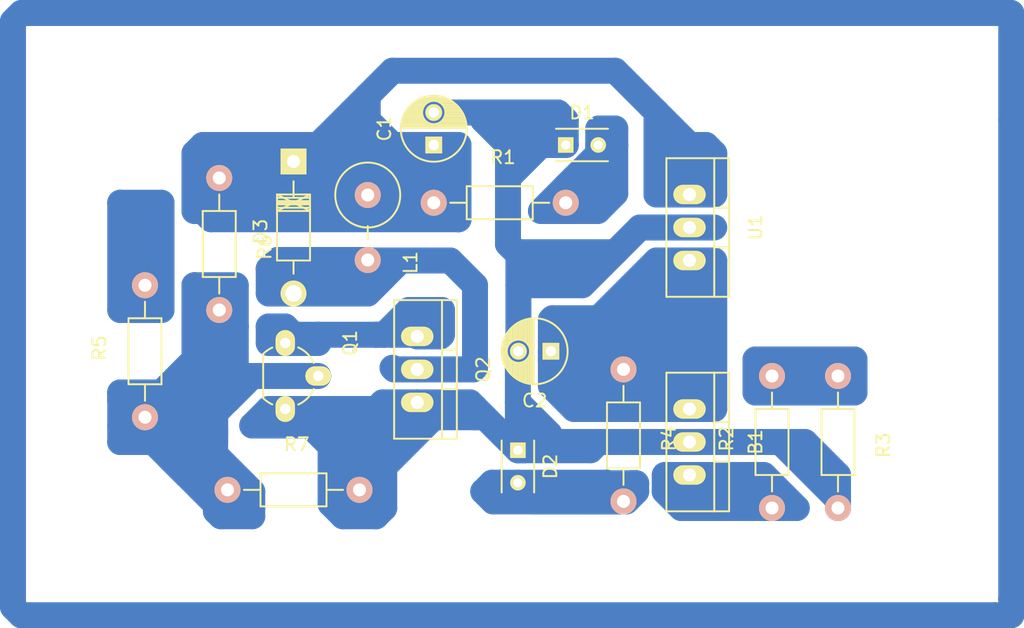
<source format=kicad_pcb>
(kicad_pcb (version 4) (host pcbnew 4.0.2-stable)

  (general
    (links 27)
    (no_connects 0)
    (area 26.422499 25.025499 75.177502 104.260502)
    (thickness 1.6)
    (drawings 0)
    (tracks 447)
    (zones 0)
    (modules 17)
    (nets 12)
  )

  (page A4)
  (layers
    (0 F.Cu signal)
    (31 B.Cu signal)
    (32 B.Adhes user)
    (33 F.Adhes user)
    (34 B.Paste user)
    (35 F.Paste user)
    (36 B.SilkS user)
    (37 F.SilkS user)
    (38 B.Mask user)
    (39 F.Mask user)
    (40 Dwgs.User user)
    (41 Cmts.User user)
    (42 Eco1.User user)
    (43 Eco2.User user)
    (44 Edge.Cuts user)
    (45 Margin user)
    (46 B.CrtYd user)
    (47 F.CrtYd user)
    (48 B.Fab user)
    (49 F.Fab user)
  )

  (setup
    (last_trace_width 2)
    (trace_clearance 0.2)
    (zone_clearance 0.508)
    (zone_45_only no)
    (trace_min 0.2)
    (segment_width 0.2)
    (edge_width 0.15)
    (via_size 0.6)
    (via_drill 0.4)
    (via_min_size 0.4)
    (via_min_drill 0.3)
    (uvia_size 0.3)
    (uvia_drill 0.1)
    (uvias_allowed no)
    (uvia_min_size 0.2)
    (uvia_min_drill 0.1)
    (pcb_text_width 0.3)
    (pcb_text_size 1.5 1.5)
    (mod_edge_width 0.15)
    (mod_text_size 1 1)
    (mod_text_width 0.15)
    (pad_size 1.524 1.524)
    (pad_drill 0.762)
    (pad_to_mask_clearance 0.2)
    (aux_axis_origin 0 0)
    (grid_origin 63.5 130.048)
    (visible_elements 7FFFFFFF)
    (pcbplotparams
      (layerselection 0x00000_80000000)
      (usegerberextensions false)
      (excludeedgelayer true)
      (linewidth 0.100000)
      (plotframeref false)
      (viasonmask false)
      (mode 1)
      (useauxorigin false)
      (hpglpennumber 1)
      (hpglpenspeed 20)
      (hpglpendiameter 15)
      (hpglpenoverlay 2)
      (psnegative true)
      (psa4output false)
      (plotreference true)
      (plotvalue true)
      (plotinvisibletext false)
      (padsonsilk false)
      (subtractmaskfromsilk false)
      (outputformat 5)
      (mirror false)
      (drillshape 1)
      (scaleselection 1)
      (outputdirectory ""))
  )

  (net 0 "")
  (net 1 GND)
  (net 2 +5V)
  (net 3 PE3)
  (net 4 +12V)
  (net 5 "Net-(D1-Pad2)")
  (net 6 "Net-(Q1-Pad1)")
  (net 7 PD0)
  (net 8 "Net-(D2-Pad2)")
  (net 9 "Net-(D3-Pad2)")
  (net 10 "Net-(Q1-Pad2)")
  (net 11 "Net-(B1-Pad3)")

  (net_class Default "Это класс цепей по умолчанию."
    (clearance 0.2)
    (trace_width 2)
    (via_dia 0.6)
    (via_drill 0.4)
    (uvia_dia 0.3)
    (uvia_drill 0.1)
    (add_net +12V)
    (add_net +5V)
    (add_net GND)
    (add_net "Net-(B1-Pad3)")
    (add_net "Net-(D1-Pad2)")
    (add_net "Net-(D2-Pad2)")
    (add_net "Net-(D3-Pad2)")
    (add_net "Net-(Q1-Pad1)")
    (add_net "Net-(Q1-Pad2)")
    (add_net PD0)
    (add_net PE3)
  )

  (net_class Contour ""
    (clearance 0.2)
    (trace_width 2)
    (via_dia 0.6)
    (via_drill 0.4)
    (uvia_dia 0.3)
    (uvia_drill 0.1)
  )

  (module TO_SOT_Packages_THT:TO-220_Neutral123_Vertical (layer F.Cu) (tedit 0) (tstamp 57363D42)
    (at 174.9425 127.8255 270)
    (descr "TO-220, Neutral, Vertical,")
    (tags "TO-220, Neutral, Vertical,")
    (path /5733B4DD)
    (fp_text reference B1 (at 0 -5.08 270) (layer F.SilkS)
      (effects (font (size 1 1) (thickness 0.15)))
    )
    (fp_text value A1302 (at 0 3.81 270) (layer F.Fab)
      (effects (font (size 1 1) (thickness 0.15)))
    )
    (fp_line (start -1.524 -3.048) (end -1.524 -1.905) (layer F.SilkS) (width 0.15))
    (fp_line (start 1.524 -3.048) (end 1.524 -1.905) (layer F.SilkS) (width 0.15))
    (fp_line (start 5.334 -1.905) (end 5.334 1.778) (layer F.SilkS) (width 0.15))
    (fp_line (start 5.334 1.778) (end -5.334 1.778) (layer F.SilkS) (width 0.15))
    (fp_line (start -5.334 1.778) (end -5.334 -1.905) (layer F.SilkS) (width 0.15))
    (fp_line (start 5.334 -3.048) (end 5.334 -1.905) (layer F.SilkS) (width 0.15))
    (fp_line (start 5.334 -1.905) (end -5.334 -1.905) (layer F.SilkS) (width 0.15))
    (fp_line (start -5.334 -1.905) (end -5.334 -3.048) (layer F.SilkS) (width 0.15))
    (fp_line (start 0 -3.048) (end -5.334 -3.048) (layer F.SilkS) (width 0.15))
    (fp_line (start 0 -3.048) (end 5.334 -3.048) (layer F.SilkS) (width 0.15))
    (pad 2 thru_hole oval (at 0 0) (size 2.49936 1.50114) (drill 1.00076) (layers *.Cu *.Mask F.SilkS)
      (net 1 GND))
    (pad 1 thru_hole oval (at -2.54 0) (size 2.49936 1.50114) (drill 1.00076) (layers *.Cu *.Mask F.SilkS)
      (net 2 +5V))
    (pad 3 thru_hole oval (at 2.54 0) (size 2.49936 1.50114) (drill 1.00076) (layers *.Cu *.Mask F.SilkS)
      (net 11 "Net-(B1-Pad3)"))
    (model TO_SOT_Packages_THT.3dshapes/TO-220_Neutral123_Vertical.wrl
      (at (xyz 0 0 0))
      (scale (xyz 0.3937 0.3937 0.3937))
      (rotate (xyz 0 0 0))
    )
  )

  (module Capacitors_ThroughHole:C_Radial_D5_L6_P2.5 (layer F.Cu) (tedit 0) (tstamp 57363D48)
    (at 155.2575 104.9655 90)
    (descr "Radial Electrolytic Capacitor Diameter 5mm x Length 6mm, Pitch 2.5mm")
    (tags "Electrolytic Capacitor")
    (path /57322049)
    (fp_text reference C1 (at 1.25 -3.8 90) (layer F.SilkS)
      (effects (font (size 1 1) (thickness 0.15)))
    )
    (fp_text value 100u (at 1.25 3.8 90) (layer F.Fab)
      (effects (font (size 1 1) (thickness 0.15)))
    )
    (fp_line (start 1.325 -2.499) (end 1.325 2.499) (layer F.SilkS) (width 0.15))
    (fp_line (start 1.465 -2.491) (end 1.465 2.491) (layer F.SilkS) (width 0.15))
    (fp_line (start 1.605 -2.475) (end 1.605 -0.095) (layer F.SilkS) (width 0.15))
    (fp_line (start 1.605 0.095) (end 1.605 2.475) (layer F.SilkS) (width 0.15))
    (fp_line (start 1.745 -2.451) (end 1.745 -0.49) (layer F.SilkS) (width 0.15))
    (fp_line (start 1.745 0.49) (end 1.745 2.451) (layer F.SilkS) (width 0.15))
    (fp_line (start 1.885 -2.418) (end 1.885 -0.657) (layer F.SilkS) (width 0.15))
    (fp_line (start 1.885 0.657) (end 1.885 2.418) (layer F.SilkS) (width 0.15))
    (fp_line (start 2.025 -2.377) (end 2.025 -0.764) (layer F.SilkS) (width 0.15))
    (fp_line (start 2.025 0.764) (end 2.025 2.377) (layer F.SilkS) (width 0.15))
    (fp_line (start 2.165 -2.327) (end 2.165 -0.835) (layer F.SilkS) (width 0.15))
    (fp_line (start 2.165 0.835) (end 2.165 2.327) (layer F.SilkS) (width 0.15))
    (fp_line (start 2.305 -2.266) (end 2.305 -0.879) (layer F.SilkS) (width 0.15))
    (fp_line (start 2.305 0.879) (end 2.305 2.266) (layer F.SilkS) (width 0.15))
    (fp_line (start 2.445 -2.196) (end 2.445 -0.898) (layer F.SilkS) (width 0.15))
    (fp_line (start 2.445 0.898) (end 2.445 2.196) (layer F.SilkS) (width 0.15))
    (fp_line (start 2.585 -2.114) (end 2.585 -0.896) (layer F.SilkS) (width 0.15))
    (fp_line (start 2.585 0.896) (end 2.585 2.114) (layer F.SilkS) (width 0.15))
    (fp_line (start 2.725 -2.019) (end 2.725 -0.871) (layer F.SilkS) (width 0.15))
    (fp_line (start 2.725 0.871) (end 2.725 2.019) (layer F.SilkS) (width 0.15))
    (fp_line (start 2.865 -1.908) (end 2.865 -0.823) (layer F.SilkS) (width 0.15))
    (fp_line (start 2.865 0.823) (end 2.865 1.908) (layer F.SilkS) (width 0.15))
    (fp_line (start 3.005 -1.78) (end 3.005 -0.745) (layer F.SilkS) (width 0.15))
    (fp_line (start 3.005 0.745) (end 3.005 1.78) (layer F.SilkS) (width 0.15))
    (fp_line (start 3.145 -1.631) (end 3.145 -0.628) (layer F.SilkS) (width 0.15))
    (fp_line (start 3.145 0.628) (end 3.145 1.631) (layer F.SilkS) (width 0.15))
    (fp_line (start 3.285 -1.452) (end 3.285 -0.44) (layer F.SilkS) (width 0.15))
    (fp_line (start 3.285 0.44) (end 3.285 1.452) (layer F.SilkS) (width 0.15))
    (fp_line (start 3.425 -1.233) (end 3.425 1.233) (layer F.SilkS) (width 0.15))
    (fp_line (start 3.565 -0.944) (end 3.565 0.944) (layer F.SilkS) (width 0.15))
    (fp_line (start 3.705 -0.472) (end 3.705 0.472) (layer F.SilkS) (width 0.15))
    (fp_circle (center 2.5 0) (end 2.5 -0.9) (layer F.SilkS) (width 0.15))
    (fp_circle (center 1.25 0) (end 1.25 -2.5375) (layer F.SilkS) (width 0.15))
    (fp_circle (center 1.25 0) (end 1.25 -2.8) (layer F.CrtYd) (width 0.05))
    (pad 1 thru_hole rect (at 0 0 90) (size 1.3 1.3) (drill 0.8) (layers *.Cu *.Mask F.SilkS)
      (net 4 +12V))
    (pad 2 thru_hole circle (at 2.5 0 90) (size 1.3 1.3) (drill 0.8) (layers *.Cu *.Mask F.SilkS)
      (net 1 GND))
    (model Capacitors_ThroughHole.3dshapes/C_Radial_D5_L6_P2.5.wrl
      (at (xyz 0.0492126 0 0))
      (scale (xyz 1 1 1))
      (rotate (xyz 0 0 90))
    )
  )

  (module Capacitors_ThroughHole:C_Radial_D5_L6_P2.5 (layer F.Cu) (tedit 0) (tstamp 57363D4E)
    (at 164.2745 120.8405 180)
    (descr "Radial Electrolytic Capacitor Diameter 5mm x Length 6mm, Pitch 2.5mm")
    (tags "Electrolytic Capacitor")
    (path /5732208C)
    (fp_text reference C2 (at 1.25 -3.8 180) (layer F.SilkS)
      (effects (font (size 1 1) (thickness 0.15)))
    )
    (fp_text value 10u (at 1.25 3.8 180) (layer F.Fab)
      (effects (font (size 1 1) (thickness 0.15)))
    )
    (fp_line (start 1.325 -2.499) (end 1.325 2.499) (layer F.SilkS) (width 0.15))
    (fp_line (start 1.465 -2.491) (end 1.465 2.491) (layer F.SilkS) (width 0.15))
    (fp_line (start 1.605 -2.475) (end 1.605 -0.095) (layer F.SilkS) (width 0.15))
    (fp_line (start 1.605 0.095) (end 1.605 2.475) (layer F.SilkS) (width 0.15))
    (fp_line (start 1.745 -2.451) (end 1.745 -0.49) (layer F.SilkS) (width 0.15))
    (fp_line (start 1.745 0.49) (end 1.745 2.451) (layer F.SilkS) (width 0.15))
    (fp_line (start 1.885 -2.418) (end 1.885 -0.657) (layer F.SilkS) (width 0.15))
    (fp_line (start 1.885 0.657) (end 1.885 2.418) (layer F.SilkS) (width 0.15))
    (fp_line (start 2.025 -2.377) (end 2.025 -0.764) (layer F.SilkS) (width 0.15))
    (fp_line (start 2.025 0.764) (end 2.025 2.377) (layer F.SilkS) (width 0.15))
    (fp_line (start 2.165 -2.327) (end 2.165 -0.835) (layer F.SilkS) (width 0.15))
    (fp_line (start 2.165 0.835) (end 2.165 2.327) (layer F.SilkS) (width 0.15))
    (fp_line (start 2.305 -2.266) (end 2.305 -0.879) (layer F.SilkS) (width 0.15))
    (fp_line (start 2.305 0.879) (end 2.305 2.266) (layer F.SilkS) (width 0.15))
    (fp_line (start 2.445 -2.196) (end 2.445 -0.898) (layer F.SilkS) (width 0.15))
    (fp_line (start 2.445 0.898) (end 2.445 2.196) (layer F.SilkS) (width 0.15))
    (fp_line (start 2.585 -2.114) (end 2.585 -0.896) (layer F.SilkS) (width 0.15))
    (fp_line (start 2.585 0.896) (end 2.585 2.114) (layer F.SilkS) (width 0.15))
    (fp_line (start 2.725 -2.019) (end 2.725 -0.871) (layer F.SilkS) (width 0.15))
    (fp_line (start 2.725 0.871) (end 2.725 2.019) (layer F.SilkS) (width 0.15))
    (fp_line (start 2.865 -1.908) (end 2.865 -0.823) (layer F.SilkS) (width 0.15))
    (fp_line (start 2.865 0.823) (end 2.865 1.908) (layer F.SilkS) (width 0.15))
    (fp_line (start 3.005 -1.78) (end 3.005 -0.745) (layer F.SilkS) (width 0.15))
    (fp_line (start 3.005 0.745) (end 3.005 1.78) (layer F.SilkS) (width 0.15))
    (fp_line (start 3.145 -1.631) (end 3.145 -0.628) (layer F.SilkS) (width 0.15))
    (fp_line (start 3.145 0.628) (end 3.145 1.631) (layer F.SilkS) (width 0.15))
    (fp_line (start 3.285 -1.452) (end 3.285 -0.44) (layer F.SilkS) (width 0.15))
    (fp_line (start 3.285 0.44) (end 3.285 1.452) (layer F.SilkS) (width 0.15))
    (fp_line (start 3.425 -1.233) (end 3.425 1.233) (layer F.SilkS) (width 0.15))
    (fp_line (start 3.565 -0.944) (end 3.565 0.944) (layer F.SilkS) (width 0.15))
    (fp_line (start 3.705 -0.472) (end 3.705 0.472) (layer F.SilkS) (width 0.15))
    (fp_circle (center 2.5 0) (end 2.5 -0.9) (layer F.SilkS) (width 0.15))
    (fp_circle (center 1.25 0) (end 1.25 -2.5375) (layer F.SilkS) (width 0.15))
    (fp_circle (center 1.25 0) (end 1.25 -2.8) (layer F.CrtYd) (width 0.05))
    (pad 1 thru_hole rect (at 0 0 180) (size 1.3 1.3) (drill 0.8) (layers *.Cu *.Mask F.SilkS)
      (net 2 +5V))
    (pad 2 thru_hole circle (at 2.5 0 180) (size 1.3 1.3) (drill 0.8) (layers *.Cu *.Mask F.SilkS)
      (net 1 GND))
    (model Capacitors_ThroughHole.3dshapes/C_Radial_D5_L6_P2.5.wrl
      (at (xyz 0.0492126 0 0))
      (scale (xyz 1 1 1))
      (rotate (xyz 0 0 90))
    )
  )

  (module Capacitors_ThroughHole:C_Rect_L4_W2.5_P2.5 (layer F.Cu) (tedit 0) (tstamp 57363D54)
    (at 165.4175 104.9655)
    (descr "Film Capacitor Length 4mm x Width 2.5mm, Pitch 2.5mm")
    (tags Capacitor)
    (path /57360A32)
    (fp_text reference D1 (at 1.25 -2.5) (layer F.SilkS)
      (effects (font (size 1 1) (thickness 0.15)))
    )
    (fp_text value LED (at 1.25 2.5) (layer F.Fab)
      (effects (font (size 1 1) (thickness 0.15)))
    )
    (fp_line (start -1 -1.5) (end 3.5 -1.5) (layer F.CrtYd) (width 0.05))
    (fp_line (start 3.5 -1.5) (end 3.5 1.5) (layer F.CrtYd) (width 0.05))
    (fp_line (start 3.5 1.5) (end -1 1.5) (layer F.CrtYd) (width 0.05))
    (fp_line (start -1 1.5) (end -1 -1.5) (layer F.CrtYd) (width 0.05))
    (fp_line (start -0.75 -1.25) (end 3.25 -1.25) (layer F.SilkS) (width 0.15))
    (fp_line (start -0.75 1.25) (end 3.25 1.25) (layer F.SilkS) (width 0.15))
    (pad 1 thru_hole rect (at 0 0) (size 1.2 1.2) (drill 0.7) (layers *.Cu *.Mask F.SilkS)
      (net 1 GND))
    (pad 2 thru_hole circle (at 2.5 0) (size 1.2 1.2) (drill 0.7) (layers *.Cu *.Mask F.SilkS)
      (net 5 "Net-(D1-Pad2)"))
  )

  (module Capacitors_ThroughHole:C_Rect_L4_W2.5_P2.5 (layer F.Cu) (tedit 5738B673) (tstamp 57363D5A)
    (at 161.7345 128.4605 270)
    (descr "Film Capacitor Length 4mm x Width 2.5mm, Pitch 2.5mm")
    (tags Capacitor)
    (path /57360BBE)
    (fp_text reference D2 (at 1.25 -2.5 270) (layer F.SilkS)
      (effects (font (size 1 1) (thickness 0.15)))
    )
    (fp_text value LED (at 1.25 2.5 450) (layer F.Fab)
      (effects (font (size 1 1) (thickness 0.15)))
    )
    (fp_line (start -1 -1.5) (end 3.5 -1.5) (layer F.CrtYd) (width 0.05))
    (fp_line (start 3.5 -1.5) (end 3.5 1.5) (layer F.CrtYd) (width 0.05))
    (fp_line (start 3.5 1.5) (end -1 1.5) (layer F.CrtYd) (width 0.05))
    (fp_line (start -1 1.5) (end -1 -1.5) (layer F.CrtYd) (width 0.05))
    (fp_line (start -0.75 -1.25) (end 3.25 -1.25) (layer F.SilkS) (width 0.15))
    (fp_line (start -0.75 1.25) (end 3.25 1.25) (layer F.SilkS) (width 0.15))
    (pad 1 thru_hole rect (at 0 0 270) (size 1.2 1.2) (drill 0.7) (layers *.Cu *.Mask F.SilkS)
      (net 1 GND))
    (pad 2 thru_hole circle (at 2.5 0 270) (size 1.2 1.2) (drill 0.7) (layers *.Cu *.Mask F.SilkS)
      (net 8 "Net-(D2-Pad2)"))
  )

  (module Diodes_ThroughHole:Diode_DO-41_SOD81_Horizontal_RM10 (layer F.Cu) (tedit 552FFCCE) (tstamp 57363D60)
    (at 144.4625 106.2355 270)
    (descr "Diode, DO-41, SOD81, Horizontal, RM 10mm,")
    (tags "Diode, DO-41, SOD81, Horizontal, RM 10mm, 1N4007, SB140,")
    (path /57339E03)
    (fp_text reference D3 (at 5.38734 2.53746 270) (layer F.SilkS)
      (effects (font (size 1 1) (thickness 0.15)))
    )
    (fp_text value 1N4004 (at 4.37134 -3.55854 270) (layer F.Fab)
      (effects (font (size 1 1) (thickness 0.15)))
    )
    (fp_line (start 7.62 -0.00254) (end 8.636 -0.00254) (layer F.SilkS) (width 0.15))
    (fp_line (start 2.794 -0.00254) (end 1.524 -0.00254) (layer F.SilkS) (width 0.15))
    (fp_line (start 3.048 -1.27254) (end 3.048 1.26746) (layer F.SilkS) (width 0.15))
    (fp_line (start 3.302 -1.27254) (end 3.302 1.26746) (layer F.SilkS) (width 0.15))
    (fp_line (start 3.556 -1.27254) (end 3.556 1.26746) (layer F.SilkS) (width 0.15))
    (fp_line (start 2.794 -1.27254) (end 2.794 1.26746) (layer F.SilkS) (width 0.15))
    (fp_line (start 3.81 -1.27254) (end 2.54 1.26746) (layer F.SilkS) (width 0.15))
    (fp_line (start 2.54 -1.27254) (end 3.81 1.26746) (layer F.SilkS) (width 0.15))
    (fp_line (start 3.81 -1.27254) (end 3.81 1.26746) (layer F.SilkS) (width 0.15))
    (fp_line (start 3.175 -1.27254) (end 3.175 1.26746) (layer F.SilkS) (width 0.15))
    (fp_line (start 2.54 1.26746) (end 2.54 -1.27254) (layer F.SilkS) (width 0.15))
    (fp_line (start 2.54 -1.27254) (end 7.62 -1.27254) (layer F.SilkS) (width 0.15))
    (fp_line (start 7.62 -1.27254) (end 7.62 1.26746) (layer F.SilkS) (width 0.15))
    (fp_line (start 7.62 1.26746) (end 2.54 1.26746) (layer F.SilkS) (width 0.15))
    (pad 2 thru_hole circle (at 10.16 -0.00254 90) (size 1.99898 1.99898) (drill 1.27) (layers *.Cu *.Mask F.SilkS)
      (net 9 "Net-(D3-Pad2)"))
    (pad 1 thru_hole rect (at 0 -0.00254 90) (size 1.99898 1.99898) (drill 1.00076) (layers *.Cu *.Mask F.SilkS)
      (net 4 +12V))
  )

  (module Resistors_ThroughHole:Resistor_Vertical_RM5mm (layer F.Cu) (tedit 0) (tstamp 57363D68)
    (at 150.1775 111.3155 270)
    (descr "Resistor, Vertical, RM 5mm, 1/3W,")
    (tags "Resistor, Vertical, RM 5mm, 1/3W,")
    (path /57339D07)
    (fp_text reference L1 (at 2.70002 -3.29946 270) (layer F.SilkS)
      (effects (font (size 1 1) (thickness 0.15)))
    )
    (fp_text value COIL (at 0 4.50088 270) (layer F.Fab)
      (effects (font (size 1 1) (thickness 0.15)))
    )
    (fp_line (start -0.09906 0) (end 0.9017 0) (layer F.SilkS) (width 0.15))
    (fp_circle (center -2.49936 0) (end 0 0) (layer F.SilkS) (width 0.15))
    (pad 1 thru_hole circle (at -2.49936 0 270) (size 1.99898 1.99898) (drill 1.00076) (layers *.Cu *.SilkS *.Mask)
      (net 4 +12V))
    (pad 2 thru_hole circle (at 2.5019 0 270) (size 1.99898 1.99898) (drill 1.00076) (layers *.Cu *.SilkS *.Mask)
      (net 9 "Net-(D3-Pad2)"))
  )

  (module TO_SOT_Packages_THT:TO-220_Neutral123_Vertical locked (layer F.Cu) (tedit 0) (tstamp 57363D87)
    (at 153.9875 122.2375 270)
    (descr "TO-220, Neutral, Vertical,")
    (tags "TO-220, Neutral, Vertical,")
    (path /57339DBE)
    (fp_text reference Q2 (at 0 -5.08 270) (layer F.SilkS)
      (effects (font (size 1 1) (thickness 0.15)))
    )
    (fp_text value IRF640 (at 0 3.81 270) (layer F.Fab)
      (effects (font (size 1 1) (thickness 0.15)))
    )
    (fp_line (start -1.524 -3.048) (end -1.524 -1.905) (layer F.SilkS) (width 0.15))
    (fp_line (start 1.524 -3.048) (end 1.524 -1.905) (layer F.SilkS) (width 0.15))
    (fp_line (start 5.334 -1.905) (end 5.334 1.778) (layer F.SilkS) (width 0.15))
    (fp_line (start 5.334 1.778) (end -5.334 1.778) (layer F.SilkS) (width 0.15))
    (fp_line (start -5.334 1.778) (end -5.334 -1.905) (layer F.SilkS) (width 0.15))
    (fp_line (start 5.334 -3.048) (end 5.334 -1.905) (layer F.SilkS) (width 0.15))
    (fp_line (start 5.334 -1.905) (end -5.334 -1.905) (layer F.SilkS) (width 0.15))
    (fp_line (start -5.334 -1.905) (end -5.334 -3.048) (layer F.SilkS) (width 0.15))
    (fp_line (start 0 -3.048) (end -5.334 -3.048) (layer F.SilkS) (width 0.15))
    (fp_line (start 0 -3.048) (end 5.334 -3.048) (layer F.SilkS) (width 0.15))
    (pad 2 thru_hole oval (at 0 0) (size 2.49936 1.50114) (drill 1.00076) (layers *.Cu *.Mask F.SilkS)
      (net 9 "Net-(D3-Pad2)"))
    (pad 1 thru_hole oval (at -2.54 0) (size 2.49936 1.50114) (drill 1.00076) (layers *.Cu *.Mask F.SilkS)
      (net 6 "Net-(Q1-Pad1)"))
    (pad 3 thru_hole oval (at 2.54 0) (size 2.49936 1.50114) (drill 1.00076) (layers *.Cu *.Mask F.SilkS)
      (net 1 GND))
    (model TO_SOT_Packages_THT.3dshapes/TO-220_Neutral123_Vertical.wrl
      (at (xyz 0 0 0))
      (scale (xyz 0.3937 0.3937 0.3937))
      (rotate (xyz 0 0 0))
    )
  )

  (module Resistors_ThroughHole:Resistor_Horizontal_RM10mm (layer F.Cu) (tedit 56648415) (tstamp 57363D97)
    (at 155.2575 109.4105)
    (descr "Resistor, Axial,  RM 10mm, 1/3W")
    (tags "Resistor Axial RM 10mm 1/3W")
    (path /57360ACC)
    (fp_text reference R1 (at 5.32892 -3.50012) (layer F.SilkS)
      (effects (font (size 1 1) (thickness 0.15)))
    )
    (fp_text value 1k (at 5.08 3.81) (layer F.Fab)
      (effects (font (size 1 1) (thickness 0.15)))
    )
    (fp_line (start -1.25 -1.5) (end 11.4 -1.5) (layer F.CrtYd) (width 0.05))
    (fp_line (start -1.25 1.5) (end -1.25 -1.5) (layer F.CrtYd) (width 0.05))
    (fp_line (start 11.4 -1.5) (end 11.4 1.5) (layer F.CrtYd) (width 0.05))
    (fp_line (start -1.25 1.5) (end 11.4 1.5) (layer F.CrtYd) (width 0.05))
    (fp_line (start 2.54 -1.27) (end 7.62 -1.27) (layer F.SilkS) (width 0.15))
    (fp_line (start 7.62 -1.27) (end 7.62 1.27) (layer F.SilkS) (width 0.15))
    (fp_line (start 7.62 1.27) (end 2.54 1.27) (layer F.SilkS) (width 0.15))
    (fp_line (start 2.54 1.27) (end 2.54 -1.27) (layer F.SilkS) (width 0.15))
    (fp_line (start 2.54 0) (end 1.27 0) (layer F.SilkS) (width 0.15))
    (fp_line (start 7.62 0) (end 8.89 0) (layer F.SilkS) (width 0.15))
    (pad 1 thru_hole circle (at 0 0) (size 1.99898 1.99898) (drill 1.00076) (layers *.Cu *.SilkS *.Mask)
      (net 4 +12V))
    (pad 2 thru_hole circle (at 10.16 0) (size 1.99898 1.99898) (drill 1.00076) (layers *.Cu *.SilkS *.Mask)
      (net 5 "Net-(D1-Pad2)"))
    (model Resistors_ThroughHole.3dshapes/Resistor_Horizontal_RM10mm.wrl
      (at (xyz 0.2 0 0))
      (scale (xyz 0.4 0.4 0.4))
      (rotate (xyz 0 0 0))
    )
  )

  (module Resistors_ThroughHole:Resistor_Horizontal_RM10mm (layer F.Cu) (tedit 56648415) (tstamp 57363DA7)
    (at 181.2925 132.9055 90)
    (descr "Resistor, Axial,  RM 10mm, 1/3W")
    (tags "Resistor Axial RM 10mm 1/3W")
    (path /57339A5D)
    (fp_text reference R2 (at 5.32892 -3.50012 90) (layer F.SilkS)
      (effects (font (size 1 1) (thickness 0.15)))
    )
    (fp_text value 1k (at 5.08 3.81 90) (layer F.Fab)
      (effects (font (size 1 1) (thickness 0.15)))
    )
    (fp_line (start -1.25 -1.5) (end 11.4 -1.5) (layer F.CrtYd) (width 0.05))
    (fp_line (start -1.25 1.5) (end -1.25 -1.5) (layer F.CrtYd) (width 0.05))
    (fp_line (start 11.4 -1.5) (end 11.4 1.5) (layer F.CrtYd) (width 0.05))
    (fp_line (start -1.25 1.5) (end 11.4 1.5) (layer F.CrtYd) (width 0.05))
    (fp_line (start 2.54 -1.27) (end 7.62 -1.27) (layer F.SilkS) (width 0.15))
    (fp_line (start 7.62 -1.27) (end 7.62 1.27) (layer F.SilkS) (width 0.15))
    (fp_line (start 7.62 1.27) (end 2.54 1.27) (layer F.SilkS) (width 0.15))
    (fp_line (start 2.54 1.27) (end 2.54 -1.27) (layer F.SilkS) (width 0.15))
    (fp_line (start 2.54 0) (end 1.27 0) (layer F.SilkS) (width 0.15))
    (fp_line (start 7.62 0) (end 8.89 0) (layer F.SilkS) (width 0.15))
    (pad 1 thru_hole circle (at 0 0 90) (size 1.99898 1.99898) (drill 1.00076) (layers *.Cu *.SilkS *.Mask)
      (net 11 "Net-(B1-Pad3)"))
    (pad 2 thru_hole circle (at 10.16 0 90) (size 1.99898 1.99898) (drill 1.00076) (layers *.Cu *.SilkS *.Mask)
      (net 3 PE3))
    (model Resistors_ThroughHole.3dshapes/Resistor_Horizontal_RM10mm.wrl
      (at (xyz 0.2 0 0))
      (scale (xyz 0.4 0.4 0.4))
      (rotate (xyz 0 0 0))
    )
  )

  (module Resistors_ThroughHole:Resistor_Horizontal_RM10mm (layer F.Cu) (tedit 56648415) (tstamp 57363DB7)
    (at 186.3725 122.7455 270)
    (descr "Resistor, Axial,  RM 10mm, 1/3W")
    (tags "Resistor Axial RM 10mm 1/3W")
    (path /5738C8D4)
    (fp_text reference R3 (at 5.32892 -3.50012 270) (layer F.SilkS)
      (effects (font (size 1 1) (thickness 0.15)))
    )
    (fp_text value 1k (at 5.08 3.81 270) (layer F.Fab)
      (effects (font (size 1 1) (thickness 0.15)))
    )
    (fp_line (start -1.25 -1.5) (end 11.4 -1.5) (layer F.CrtYd) (width 0.05))
    (fp_line (start -1.25 1.5) (end -1.25 -1.5) (layer F.CrtYd) (width 0.05))
    (fp_line (start 11.4 -1.5) (end 11.4 1.5) (layer F.CrtYd) (width 0.05))
    (fp_line (start -1.25 1.5) (end 11.4 1.5) (layer F.CrtYd) (width 0.05))
    (fp_line (start 2.54 -1.27) (end 7.62 -1.27) (layer F.SilkS) (width 0.15))
    (fp_line (start 7.62 -1.27) (end 7.62 1.27) (layer F.SilkS) (width 0.15))
    (fp_line (start 7.62 1.27) (end 2.54 1.27) (layer F.SilkS) (width 0.15))
    (fp_line (start 2.54 1.27) (end 2.54 -1.27) (layer F.SilkS) (width 0.15))
    (fp_line (start 2.54 0) (end 1.27 0) (layer F.SilkS) (width 0.15))
    (fp_line (start 7.62 0) (end 8.89 0) (layer F.SilkS) (width 0.15))
    (pad 1 thru_hole circle (at 0 0 270) (size 1.99898 1.99898) (drill 1.00076) (layers *.Cu *.SilkS *.Mask)
      (net 3 PE3))
    (pad 2 thru_hole circle (at 10.16 0 270) (size 1.99898 1.99898) (drill 1.00076) (layers *.Cu *.SilkS *.Mask)
      (net 1 GND))
    (model Resistors_ThroughHole.3dshapes/Resistor_Horizontal_RM10mm.wrl
      (at (xyz 0.2 0 0))
      (scale (xyz 0.4 0.4 0.4))
      (rotate (xyz 0 0 0))
    )
  )

  (module Resistors_ThroughHole:Resistor_Horizontal_RM10mm (layer F.Cu) (tedit 56648415) (tstamp 57363DC7)
    (at 169.8625 122.2375 270)
    (descr "Resistor, Axial,  RM 10mm, 1/3W")
    (tags "Resistor Axial RM 10mm 1/3W")
    (path /57360CF6)
    (fp_text reference R4 (at 5.32892 -3.50012 270) (layer F.SilkS)
      (effects (font (size 1 1) (thickness 0.15)))
    )
    (fp_text value 430 (at 5.08 3.81 270) (layer F.Fab)
      (effects (font (size 1 1) (thickness 0.15)))
    )
    (fp_line (start -1.25 -1.5) (end 11.4 -1.5) (layer F.CrtYd) (width 0.05))
    (fp_line (start -1.25 1.5) (end -1.25 -1.5) (layer F.CrtYd) (width 0.05))
    (fp_line (start 11.4 -1.5) (end 11.4 1.5) (layer F.CrtYd) (width 0.05))
    (fp_line (start -1.25 1.5) (end 11.4 1.5) (layer F.CrtYd) (width 0.05))
    (fp_line (start 2.54 -1.27) (end 7.62 -1.27) (layer F.SilkS) (width 0.15))
    (fp_line (start 7.62 -1.27) (end 7.62 1.27) (layer F.SilkS) (width 0.15))
    (fp_line (start 7.62 1.27) (end 2.54 1.27) (layer F.SilkS) (width 0.15))
    (fp_line (start 2.54 1.27) (end 2.54 -1.27) (layer F.SilkS) (width 0.15))
    (fp_line (start 2.54 0) (end 1.27 0) (layer F.SilkS) (width 0.15))
    (fp_line (start 7.62 0) (end 8.89 0) (layer F.SilkS) (width 0.15))
    (pad 1 thru_hole circle (at 0 0 270) (size 1.99898 1.99898) (drill 1.00076) (layers *.Cu *.SilkS *.Mask)
      (net 2 +5V))
    (pad 2 thru_hole circle (at 10.16 0 270) (size 1.99898 1.99898) (drill 1.00076) (layers *.Cu *.SilkS *.Mask)
      (net 8 "Net-(D2-Pad2)"))
    (model Resistors_ThroughHole.3dshapes/Resistor_Horizontal_RM10mm.wrl
      (at (xyz 0.2 0 0))
      (scale (xyz 0.4 0.4 0.4))
      (rotate (xyz 0 0 0))
    )
  )

  (module Resistors_ThroughHole:Resistor_Horizontal_RM10mm (layer F.Cu) (tedit 56648415) (tstamp 57363DD7)
    (at 133.0325 125.9205 90)
    (descr "Resistor, Axial,  RM 10mm, 1/3W")
    (tags "Resistor Axial RM 10mm 1/3W")
    (path /57361431)
    (fp_text reference R5 (at 5.32892 -3.50012 90) (layer F.SilkS)
      (effects (font (size 1 1) (thickness 0.15)))
    )
    (fp_text value 1k (at 5.08 3.81 90) (layer F.Fab)
      (effects (font (size 1 1) (thickness 0.15)))
    )
    (fp_line (start -1.25 -1.5) (end 11.4 -1.5) (layer F.CrtYd) (width 0.05))
    (fp_line (start -1.25 1.5) (end -1.25 -1.5) (layer F.CrtYd) (width 0.05))
    (fp_line (start 11.4 -1.5) (end 11.4 1.5) (layer F.CrtYd) (width 0.05))
    (fp_line (start -1.25 1.5) (end 11.4 1.5) (layer F.CrtYd) (width 0.05))
    (fp_line (start 2.54 -1.27) (end 7.62 -1.27) (layer F.SilkS) (width 0.15))
    (fp_line (start 7.62 -1.27) (end 7.62 1.27) (layer F.SilkS) (width 0.15))
    (fp_line (start 7.62 1.27) (end 2.54 1.27) (layer F.SilkS) (width 0.15))
    (fp_line (start 2.54 1.27) (end 2.54 -1.27) (layer F.SilkS) (width 0.15))
    (fp_line (start 2.54 0) (end 1.27 0) (layer F.SilkS) (width 0.15))
    (fp_line (start 7.62 0) (end 8.89 0) (layer F.SilkS) (width 0.15))
    (pad 1 thru_hole circle (at 0 0 90) (size 1.99898 1.99898) (drill 1.00076) (layers *.Cu *.SilkS *.Mask)
      (net 10 "Net-(Q1-Pad2)"))
    (pad 2 thru_hole circle (at 10.16 0 90) (size 1.99898 1.99898) (drill 1.00076) (layers *.Cu *.SilkS *.Mask)
      (net 7 PD0))
    (model Resistors_ThroughHole.3dshapes/Resistor_Horizontal_RM10mm.wrl
      (at (xyz 0.2 0 0))
      (scale (xyz 0.4 0.4 0.4))
      (rotate (xyz 0 0 0))
    )
  )

  (module Resistors_ThroughHole:Resistor_Horizontal_RM10mm (layer F.Cu) (tedit 56648415) (tstamp 57363DE7)
    (at 138.7475 107.5055 270)
    (descr "Resistor, Axial,  RM 10mm, 1/3W")
    (tags "Resistor Axial RM 10mm 1/3W")
    (path /573613E3)
    (fp_text reference R6 (at 5.32892 -3.50012 270) (layer F.SilkS)
      (effects (font (size 1 1) (thickness 0.15)))
    )
    (fp_text value 1k (at 5.08 3.81 270) (layer F.Fab)
      (effects (font (size 1 1) (thickness 0.15)))
    )
    (fp_line (start -1.25 -1.5) (end 11.4 -1.5) (layer F.CrtYd) (width 0.05))
    (fp_line (start -1.25 1.5) (end -1.25 -1.5) (layer F.CrtYd) (width 0.05))
    (fp_line (start 11.4 -1.5) (end 11.4 1.5) (layer F.CrtYd) (width 0.05))
    (fp_line (start -1.25 1.5) (end 11.4 1.5) (layer F.CrtYd) (width 0.05))
    (fp_line (start 2.54 -1.27) (end 7.62 -1.27) (layer F.SilkS) (width 0.15))
    (fp_line (start 7.62 -1.27) (end 7.62 1.27) (layer F.SilkS) (width 0.15))
    (fp_line (start 7.62 1.27) (end 2.54 1.27) (layer F.SilkS) (width 0.15))
    (fp_line (start 2.54 1.27) (end 2.54 -1.27) (layer F.SilkS) (width 0.15))
    (fp_line (start 2.54 0) (end 1.27 0) (layer F.SilkS) (width 0.15))
    (fp_line (start 7.62 0) (end 8.89 0) (layer F.SilkS) (width 0.15))
    (pad 1 thru_hole circle (at 0 0 270) (size 1.99898 1.99898) (drill 1.00076) (layers *.Cu *.SilkS *.Mask)
      (net 4 +12V))
    (pad 2 thru_hole circle (at 10.16 0 270) (size 1.99898 1.99898) (drill 1.00076) (layers *.Cu *.SilkS *.Mask)
      (net 10 "Net-(Q1-Pad2)"))
    (model Resistors_ThroughHole.3dshapes/Resistor_Horizontal_RM10mm.wrl
      (at (xyz 0.2 0 0))
      (scale (xyz 0.4 0.4 0.4))
      (rotate (xyz 0 0 0))
    )
  )

  (module TO_SOT_Packages_THT:TO-220_Neutral123_Vertical (layer F.Cu) (tedit 0) (tstamp 57363DF8)
    (at 174.9425 111.3155 270)
    (descr "TO-220, Neutral, Vertical,")
    (tags "TO-220, Neutral, Vertical,")
    (path /57321F6A)
    (fp_text reference U1 (at 0 -5.08 270) (layer F.SilkS)
      (effects (font (size 1 1) (thickness 0.15)))
    )
    (fp_text value LM7805 (at 0 3.81 270) (layer F.Fab)
      (effects (font (size 1 1) (thickness 0.15)))
    )
    (fp_line (start -1.524 -3.048) (end -1.524 -1.905) (layer F.SilkS) (width 0.15))
    (fp_line (start 1.524 -3.048) (end 1.524 -1.905) (layer F.SilkS) (width 0.15))
    (fp_line (start 5.334 -1.905) (end 5.334 1.778) (layer F.SilkS) (width 0.15))
    (fp_line (start 5.334 1.778) (end -5.334 1.778) (layer F.SilkS) (width 0.15))
    (fp_line (start -5.334 1.778) (end -5.334 -1.905) (layer F.SilkS) (width 0.15))
    (fp_line (start 5.334 -3.048) (end 5.334 -1.905) (layer F.SilkS) (width 0.15))
    (fp_line (start 5.334 -1.905) (end -5.334 -1.905) (layer F.SilkS) (width 0.15))
    (fp_line (start -5.334 -1.905) (end -5.334 -3.048) (layer F.SilkS) (width 0.15))
    (fp_line (start 0 -3.048) (end -5.334 -3.048) (layer F.SilkS) (width 0.15))
    (fp_line (start 0 -3.048) (end 5.334 -3.048) (layer F.SilkS) (width 0.15))
    (pad 2 thru_hole oval (at 0 0) (size 2.49936 1.50114) (drill 1.00076) (layers *.Cu *.Mask F.SilkS)
      (net 1 GND))
    (pad 1 thru_hole oval (at -2.54 0) (size 2.49936 1.50114) (drill 1.00076) (layers *.Cu *.Mask F.SilkS)
      (net 4 +12V))
    (pad 3 thru_hole oval (at 2.54 0) (size 2.49936 1.50114) (drill 1.00076) (layers *.Cu *.Mask F.SilkS)
      (net 2 +5V))
    (model TO_SOT_Packages_THT.3dshapes/TO-220_Neutral123_Vertical.wrl
      (at (xyz 0 0 0))
      (scale (xyz 0.3937 0.3937 0.3937))
      (rotate (xyz 0 0 0))
    )
  )

  (module TO_SOT_Packages_THT:TO-92_Molded_Wide_Oval (layer F.Cu) (tedit 54F243F6) (tstamp 57389F88)
    (at 143.8275 120.2055 270)
    (descr "TO-92 leads molded, wide, oval pads, drill 0.8mm (see NXP sot054_po.pdf)")
    (tags "to-92 sc-43 sc-43a sot54 PA33 transistor")
    (path /573611B6)
    (fp_text reference Q1 (at 0 -5 270) (layer F.SilkS)
      (effects (font (size 1 1) (thickness 0.15)))
    )
    (fp_text value BC237 (at 0 3 270) (layer F.Fab)
      (effects (font (size 1 1) (thickness 0.15)))
    )
    (fp_arc (start 2.54 0) (end 0.34 -1) (angle 41.11209044) (layer F.SilkS) (width 0.15))
    (fp_arc (start 2.54 0) (end 4.74 -1) (angle -41.11210221) (layer F.SilkS) (width 0.15))
    (fp_arc (start 2.54 0) (end 0.84 1.7) (angle 20.5) (layer F.SilkS) (width 0.15))
    (fp_arc (start 2.54 0) (end 4.24 1.7) (angle -20.5) (layer F.SilkS) (width 0.15))
    (fp_line (start -1.25 1.95) (end -1.25 -3.8) (layer F.CrtYd) (width 0.05))
    (fp_line (start -1.25 1.95) (end 6.35 1.95) (layer F.CrtYd) (width 0.05))
    (fp_line (start 0.84 1.7) (end 4.24 1.7) (layer F.SilkS) (width 0.15))
    (fp_line (start -1.25 -3.8) (end 6.35 -3.8) (layer F.CrtYd) (width 0.05))
    (fp_line (start 6.35 1.95) (end 6.35 -3.8) (layer F.CrtYd) (width 0.05))
    (pad 2 thru_hole oval (at 2.54 -2.54) (size 1.99898 1.50114) (drill 0.8) (layers *.Cu *.Mask F.SilkS)
      (net 10 "Net-(Q1-Pad2)"))
    (pad 1 thru_hole oval (at 0 0) (size 1.50114 1.99898) (drill 0.8) (layers *.Cu *.Mask F.SilkS)
      (net 6 "Net-(Q1-Pad1)"))
    (pad 3 thru_hole oval (at 5.08 0) (size 1.50114 1.99898) (drill 0.8) (layers *.Cu *.Mask F.SilkS)
      (net 1 GND))
    (model TO_SOT_Packages_THT.3dshapes/TO-92_Molded_Wide_Oval.wrl
      (at (xyz 0.1 0 0))
      (scale (xyz 1 1 1))
      (rotate (xyz 0 0 -90))
    )
  )

  (module Resistors_ThroughHole:Resistor_Horizontal_RM10mm (layer F.Cu) (tedit 56648415) (tstamp 5738B4B7)
    (at 139.3825 131.5085)
    (descr "Resistor, Axial,  RM 10mm, 1/3W")
    (tags "Resistor Axial RM 10mm 1/3W")
    (path /5736148A)
    (fp_text reference R7 (at 5.32892 -3.50012) (layer F.SilkS)
      (effects (font (size 1 1) (thickness 0.15)))
    )
    (fp_text value 10k (at 5.08 3.81) (layer F.Fab)
      (effects (font (size 1 1) (thickness 0.15)))
    )
    (fp_line (start -1.25 -1.5) (end 11.4 -1.5) (layer F.CrtYd) (width 0.05))
    (fp_line (start -1.25 1.5) (end -1.25 -1.5) (layer F.CrtYd) (width 0.05))
    (fp_line (start 11.4 -1.5) (end 11.4 1.5) (layer F.CrtYd) (width 0.05))
    (fp_line (start -1.25 1.5) (end 11.4 1.5) (layer F.CrtYd) (width 0.05))
    (fp_line (start 2.54 -1.27) (end 7.62 -1.27) (layer F.SilkS) (width 0.15))
    (fp_line (start 7.62 -1.27) (end 7.62 1.27) (layer F.SilkS) (width 0.15))
    (fp_line (start 7.62 1.27) (end 2.54 1.27) (layer F.SilkS) (width 0.15))
    (fp_line (start 2.54 1.27) (end 2.54 -1.27) (layer F.SilkS) (width 0.15))
    (fp_line (start 2.54 0) (end 1.27 0) (layer F.SilkS) (width 0.15))
    (fp_line (start 7.62 0) (end 8.89 0) (layer F.SilkS) (width 0.15))
    (pad 1 thru_hole circle (at 0 0) (size 1.99898 1.99898) (drill 1.00076) (layers *.Cu *.SilkS *.Mask)
      (net 10 "Net-(Q1-Pad2)"))
    (pad 2 thru_hole circle (at 10.16 0) (size 1.99898 1.99898) (drill 1.00076) (layers *.Cu *.SilkS *.Mask)
      (net 1 GND))
    (model Resistors_ThroughHole.3dshapes/Resistor_Horizontal_RM10mm.wrl
      (at (xyz 0.2 0 0))
      (scale (xyz 0.4 0.4 0.4))
      (rotate (xyz 0 0 0))
    )
  )

  (segment (start 124.1425 141.1605) (end 123.5075 141.1605) (width 2) (layer B.Cu) (net 0))
  (segment (start 123.5075 141.1605) (end 122.8725 140.5255) (width 2) (layer B.Cu) (net 0) (tstamp 5738C1E5))
  (segment (start 122.8725 140.5255) (end 122.8725 95.4405) (width 2) (layer B.Cu) (net 0) (tstamp 5738C1E9))
  (segment (start 122.8725 95.4405) (end 123.5075 94.8055) (width 2) (layer B.Cu) (net 0) (tstamp 5738C1F1))
  (segment (start 198.4375 141.1605) (end 199.7075 141.1605) (width 2) (layer B.Cu) (net 0))
  (segment (start 199.7075 141.1605) (end 199.7075 139.8905) (width 2) (layer B.Cu) (net 0) (tstamp 5738C1DD))
  (segment (start 199.7075 139.8905) (end 199.7075 139.8905) (width 2) (layer B.Cu) (net 0) (tstamp 5738C1DE))
  (segment (start 199.7075 103.0605) (end 199.7075 94.8055) (width 2) (layer B.Cu) (net 0))
  (segment (start 199.7075 139.8905) (end 199.7075 103.0605) (width 2) (layer B.Cu) (net 0) (tstamp 5738C19A))
  (segment (start 124.1425 141.1605) (end 198.4375 141.1605) (width 2) (layer B.Cu) (net 0))
  (segment (start 199.7075 94.8055) (end 123.5075 94.8055) (width 2) (layer B.Cu) (net 0) (tstamp 5738C1B9))
  (segment (start 153.9875 124.7775) (end 151.3205 124.7775) (width 2) (layer B.Cu) (net 1))
  (segment (start 151.3205 124.7775) (end 149.5425 126.5555) (width 2) (layer B.Cu) (net 1) (tstamp 5738C0CE))
  (segment (start 147.32 128.143) (end 147.32 132.588) (width 2) (layer B.Cu) (net 1))
  (segment (start 147.32 132.588) (end 148.2725 133.5405) (width 2) (layer B.Cu) (net 1) (tstamp 5738C0C7))
  (segment (start 149.5425 127.8255) (end 148.9075 127.8255) (width 2) (layer B.Cu) (net 1))
  (segment (start 148.9075 127.8255) (end 147.6375 126.5555) (width 2) (layer B.Cu) (net 1) (tstamp 5738C0B4))
  (segment (start 149.5425 126.5555) (end 149.5425 127.8255) (width 2) (layer B.Cu) (net 1))
  (segment (start 149.5425 127.8255) (end 148.2725 129.0955) (width 2) (layer B.Cu) (net 1) (tstamp 5738C0B1))
  (segment (start 148.2725 130.3655) (end 148.2725 129.0955) (width 2) (layer B.Cu) (net 1))
  (segment (start 148.2725 129.0955) (end 147.32 128.143) (width 2) (layer B.Cu) (net 1) (tstamp 5738C0AA))
  (segment (start 147.32 128.143) (end 145.7325 126.5555) (width 2) (layer B.Cu) (net 1) (tstamp 5738C0C5))
  (segment (start 143.8275 125.2855) (end 142.5575 125.2855) (width 2) (layer B.Cu) (net 1))
  (segment (start 142.5575 125.2855) (end 141.2875 126.5555) (width 2) (layer B.Cu) (net 1) (tstamp 5738C0A1))
  (segment (start 141.2875 126.5555) (end 145.0975 126.5555) (width 2) (layer B.Cu) (net 1) (tstamp 5738C0A2))
  (segment (start 145.0975 126.5555) (end 145.7325 126.5555) (width 2) (layer B.Cu) (net 1) (tstamp 5738C0A3))
  (segment (start 150.8125 127.1905) (end 150.8125 127.9525) (width 2) (layer B.Cu) (net 1) (tstamp 5738C0A7))
  (segment (start 151.5745 127.1905) (end 150.8125 127.1905) (width 2) (layer B.Cu) (net 1) (tstamp 5738C0A6))
  (segment (start 152.2095 126.5555) (end 151.5745 127.1905) (width 2) (layer B.Cu) (net 1) (tstamp 5738C0A5))
  (segment (start 149.5425 126.5555) (end 152.2095 126.5555) (width 2) (layer B.Cu) (net 1) (tstamp 5738C0AF))
  (segment (start 145.7325 126.5555) (end 147.6375 126.5555) (width 2) (layer B.Cu) (net 1) (tstamp 5738C0AD))
  (segment (start 147.6375 126.5555) (end 149.5425 126.5555) (width 2) (layer B.Cu) (net 1) (tstamp 5738C0B7))
  (segment (start 168.275 114.173) (end 163.195 114.173) (width 2) (layer B.Cu) (net 1))
  (segment (start 163.195 114.173) (end 162.8775 114.4905) (width 2) (layer B.Cu) (net 1) (tstamp 5738C091))
  (segment (start 161.7745 115.7605) (end 166.6875 115.7605) (width 2) (layer B.Cu) (net 1))
  (segment (start 166.6875 115.7605) (end 168.275 114.173) (width 2) (layer B.Cu) (net 1) (tstamp 5738C087))
  (segment (start 168.275 114.173) (end 169.2275 113.2205) (width 2) (layer B.Cu) (net 1) (tstamp 5738C08F))
  (segment (start 165.4175 104.9655) (end 164.1475 103.6955) (width 2) (layer B.Cu) (net 1))
  (segment (start 165.4175 104.9655) (end 165.4175 103.0605) (width 2) (layer B.Cu) (net 1))
  (segment (start 164.8225 102.4655) (end 162.9175 102.4655) (width 2) (layer B.Cu) (net 1) (tstamp 5738C080))
  (segment (start 165.4175 103.0605) (end 164.8225 102.4655) (width 2) (layer B.Cu) (net 1) (tstamp 5738C07F))
  (segment (start 159.0675 102.4655) (end 159.0675 103.0605) (width 2) (layer B.Cu) (net 1))
  (segment (start 159.0675 103.0605) (end 160.9725 104.9655) (width 2) (layer B.Cu) (net 1) (tstamp 5738C058))
  (segment (start 162.8775 104.9655) (end 162.8775 104.3305) (width 2) (layer B.Cu) (net 1))
  (segment (start 162.8775 104.3305) (end 162.2425 103.6955) (width 2) (layer B.Cu) (net 1) (tstamp 5738C053))
  (segment (start 165.4175 104.9655) (end 162.8775 104.9655) (width 2) (layer B.Cu) (net 1))
  (segment (start 162.8775 104.9655) (end 163.5125 104.9655) (width 2) (layer B.Cu) (net 1) (tstamp 5738C051))
  (segment (start 163.5125 104.9655) (end 160.9725 107.5055) (width 2) (layer B.Cu) (net 1) (tstamp 5738C04C))
  (segment (start 150.8125 133.5405) (end 150.8125 132.7785) (width 2) (layer B.Cu) (net 1))
  (segment (start 150.8125 132.7785) (end 149.5425 131.5085) (width 2) (layer B.Cu) (net 1) (tstamp 5738BF1D))
  (segment (start 149.5425 129.7305) (end 148.9075 129.7305) (width 2) (layer B.Cu) (net 1))
  (segment (start 151.4475 132.9055) (end 151.4475 129.7305) (width 2) (layer B.Cu) (net 1) (tstamp 5738BF18))
  (segment (start 150.8125 133.5405) (end 151.4475 132.9055) (width 2) (layer B.Cu) (net 1) (tstamp 5738BF17))
  (segment (start 148.2725 133.5405) (end 150.8125 133.5405) (width 2) (layer B.Cu) (net 1) (tstamp 5738BF16))
  (segment (start 148.2725 130.3655) (end 148.2725 133.5405) (width 2) (layer B.Cu) (net 1) (tstamp 5738BF15))
  (segment (start 148.9075 129.7305) (end 148.2725 130.3655) (width 2) (layer B.Cu) (net 1) (tstamp 5738BF14))
  (segment (start 155.2575 125.9205) (end 159.1945 125.9205) (width 2) (layer B.Cu) (net 1))
  (segment (start 159.1945 125.9205) (end 158.4325 125.9205) (width 2) (layer B.Cu) (net 1) (tstamp 5738BF05))
  (segment (start 158.4325 125.9205) (end 158.4325 125.1585) (width 2) (layer B.Cu) (net 1) (tstamp 5738BF07))
  (segment (start 151.4475 129.7305) (end 155.2575 125.9205) (width 2) (layer B.Cu) (net 1) (tstamp 5738BF1B))
  (segment (start 149.6695 131.5085) (end 151.4475 129.7305) (width 2) (layer B.Cu) (net 1) (tstamp 5738BF02))
  (segment (start 149.5425 131.5085) (end 149.6695 131.5085) (width 2) (layer B.Cu) (net 1))
  (segment (start 161.7345 128.4605) (end 167.3225 128.4605) (width 2) (layer B.Cu) (net 1))
  (segment (start 167.3225 128.4605) (end 167.9575 127.8255) (width 2) (layer B.Cu) (net 1) (tstamp 5738BEE4))
  (segment (start 186.3725 132.9055) (end 186.3725 132.2705) (width 2) (layer B.Cu) (net 1))
  (segment (start 186.3725 132.2705) (end 181.9275 127.8255) (width 2) (layer B.Cu) (net 1) (tstamp 5738BEDF))
  (segment (start 164.1475 127.8255) (end 164.1475 127.1905) (width 2) (layer B.Cu) (net 1))
  (segment (start 164.1475 127.1905) (end 161.7345 124.7775) (width 2) (layer B.Cu) (net 1) (tstamp 5738BEAB))
  (segment (start 174.9425 111.3155) (end 176.8475 111.3155) (width 2) (layer B.Cu) (net 1))
  (segment (start 161.7745 120.8405) (end 161.7745 115.7605) (width 2) (layer B.Cu) (net 1))
  (segment (start 161.7745 115.7605) (end 161.7745 113.3875) (width 2) (layer B.Cu) (net 1) (tstamp 5738C085))
  (segment (start 161.7745 113.3875) (end 160.9725 112.5855) (width 2) (layer B.Cu) (net 1) (tstamp 5738BE37))
  (segment (start 186.3725 132.9055) (end 186.3725 130.3655) (width 2) (layer B.Cu) (net 1))
  (segment (start 183.8325 127.8255) (end 181.9275 127.8255) (width 2) (layer B.Cu) (net 1) (tstamp 5738BE31))
  (segment (start 181.9275 127.8255) (end 174.9425 127.8255) (width 2) (layer B.Cu) (net 1) (tstamp 5738BEE2))
  (segment (start 186.3725 130.3655) (end 183.8325 127.8255) (width 2) (layer B.Cu) (net 1) (tstamp 5738BE30))
  (segment (start 161.7345 128.4605) (end 162.2425 128.4605) (width 2) (layer B.Cu) (net 1))
  (segment (start 162.2425 128.4605) (end 162.8775 127.8255) (width 2) (layer B.Cu) (net 1) (tstamp 5738BE24))
  (segment (start 162.8775 127.8255) (end 164.1475 127.8255) (width 2) (layer B.Cu) (net 1) (tstamp 5738BE25))
  (segment (start 164.1475 127.8255) (end 167.9575 127.8255) (width 2) (layer B.Cu) (net 1) (tstamp 5738BEA9))
  (segment (start 167.9575 127.8255) (end 174.9425 127.8255) (width 2) (layer B.Cu) (net 1) (tstamp 5738BEE7))
  (segment (start 161.7345 128.4605) (end 161.7345 124.7775) (width 2) (layer B.Cu) (net 1))
  (segment (start 161.7345 124.7775) (end 161.7345 120.8805) (width 2) (layer B.Cu) (net 1) (tstamp 5738BEAE))
  (segment (start 161.7345 120.8805) (end 161.7745 120.8405) (width 2) (layer B.Cu) (net 1) (tstamp 5738BE1B))
  (segment (start 153.9875 124.7775) (end 158.0515 124.7775) (width 2) (layer B.Cu) (net 1))
  (segment (start 158.0515 124.7775) (end 158.4325 125.1585) (width 2) (layer B.Cu) (net 1) (tstamp 5738BE18))
  (segment (start 158.4325 125.1585) (end 161.7345 128.4605) (width 2) (layer B.Cu) (net 1) (tstamp 5738BF08))
  (segment (start 149.5425 131.5085) (end 149.5425 129.7305) (width 2) (layer B.Cu) (net 1))
  (segment (start 149.5425 129.7305) (end 149.5425 129.2225) (width 2) (layer B.Cu) (net 1) (tstamp 5738BF12))
  (segment (start 149.5425 129.2225) (end 150.8125 127.9525) (width 2) (layer B.Cu) (net 1) (tstamp 5738BE15))
  (segment (start 150.8125 127.9525) (end 153.9875 124.7775) (width 2) (layer B.Cu) (net 1) (tstamp 5738C0A8))
  (segment (start 143.8275 125.2855) (end 153.4795 125.2855) (width 2) (layer B.Cu) (net 1))
  (segment (start 153.4795 125.2855) (end 153.9875 124.7775) (width 2) (layer B.Cu) (net 1) (tstamp 5738BE12))
  (segment (start 174.9425 111.3155) (end 171.1325 111.3155) (width 2) (layer B.Cu) (net 1))
  (segment (start 171.1325 111.3155) (end 169.2275 113.2205) (width 2) (layer B.Cu) (net 1) (tstamp 5738BE04))
  (segment (start 169.2275 113.2205) (end 161.6075 113.2205) (width 2) (layer B.Cu) (net 1) (tstamp 5738BE05))
  (segment (start 161.6075 113.2205) (end 160.9725 112.5855) (width 2) (layer B.Cu) (net 1) (tstamp 5738BE06))
  (segment (start 160.9725 112.5855) (end 160.9725 107.5055) (width 2) (layer B.Cu) (net 1) (tstamp 5738BE07))
  (segment (start 160.9725 107.5055) (end 160.9725 104.9655) (width 2) (layer B.Cu) (net 1) (tstamp 5738C04F))
  (segment (start 160.9725 104.9655) (end 160.9725 102.4655) (width 2) (layer B.Cu) (net 1) (tstamp 5738C05B))
  (segment (start 155.2575 102.4655) (end 159.0675 102.4655) (width 2) (layer B.Cu) (net 1))
  (segment (start 159.0675 102.4655) (end 160.9725 102.4655) (width 2) (layer B.Cu) (net 1) (tstamp 5738C056))
  (segment (start 160.9725 102.4655) (end 162.9175 102.4655) (width 2) (layer B.Cu) (net 1) (tstamp 5738BE0A))
  (segment (start 174.9425 125.2855) (end 174.9425 117.6655) (width 2) (layer B.Cu) (net 2))
  (segment (start 174.9425 117.6655) (end 175.5775 117.0305) (width 2) (layer B.Cu) (net 2) (tstamp 5738BE80))
  (segment (start 174.9425 125.2855) (end 176.8475 125.2855) (width 2) (layer B.Cu) (net 2))
  (segment (start 176.8475 113.8555) (end 176.8475 125.2855) (width 2) (layer B.Cu) (net 2) (tstamp 5738BE7B))
  (segment (start 176.8475 113.8555) (end 174.9425 113.8555) (width 2) (layer B.Cu) (net 2))
  (segment (start 174.9425 113.8555) (end 172.4025 113.8555) (width 2) (layer B.Cu) (net 2))
  (segment (start 172.4025 113.8555) (end 167.9575 118.3005) (width 2) (layer B.Cu) (net 2) (tstamp 5738BE70))
  (segment (start 174.9425 113.8555) (end 174.3075 113.8555) (width 2) (layer B.Cu) (net 2))
  (segment (start 174.3075 113.8555) (end 171.1325 117.0305) (width 2) (layer B.Cu) (net 2) (tstamp 5738BE6D))
  (segment (start 169.545 119.888) (end 166.37 119.888) (width 2) (layer B.Cu) (net 2))
  (segment (start 166.37 119.888) (end 166.0525 119.5705) (width 2) (layer B.Cu) (net 2) (tstamp 5738BE6A))
  (segment (start 172.4025 125.2855) (end 172.4025 122.7455) (width 2) (layer B.Cu) (net 2))
  (segment (start 172.4025 122.7455) (end 169.545 119.888) (width 2) (layer B.Cu) (net 2) (tstamp 5738BE65))
  (segment (start 169.545 119.888) (end 169.2275 119.5705) (width 2) (layer B.Cu) (net 2) (tstamp 5738BE68))
  (segment (start 173.6725 124.6505) (end 173.6725 122.1105) (width 2) (layer B.Cu) (net 2))
  (segment (start 173.6725 122.1105) (end 171.1325 119.5705) (width 2) (layer B.Cu) (net 2) (tstamp 5738BE60))
  (segment (start 173.6725 125.2855) (end 173.6725 124.6505) (width 2) (layer B.Cu) (net 2))
  (segment (start 173.6725 124.6505) (end 173.6725 120.2055) (width 2) (layer B.Cu) (net 2) (tstamp 5738BE5E))
  (segment (start 173.6725 120.2055) (end 173.0375 119.5705) (width 2) (layer B.Cu) (net 2) (tstamp 5738BE5B))
  (segment (start 174.9425 113.8555) (end 174.9425 115.7605) (width 2) (layer B.Cu) (net 2))
  (segment (start 174.9425 115.7605) (end 172.4025 118.3005) (width 2) (layer B.Cu) (net 2) (tstamp 5738BE54))
  (segment (start 164.2745 120.8405) (end 164.2745 118.4275) (width 2) (layer B.Cu) (net 2))
  (segment (start 164.4015 118.3005) (end 167.9575 118.3005) (width 2) (layer B.Cu) (net 2) (tstamp 5738BE51))
  (segment (start 164.2745 118.4275) (end 164.4015 118.3005) (width 2) (layer B.Cu) (net 2) (tstamp 5738BE50))
  (segment (start 167.9575 118.3005) (end 172.4025 118.3005) (width 2) (layer B.Cu) (net 2) (tstamp 5738BE73))
  (segment (start 172.4025 118.3005) (end 173.6725 118.3005) (width 2) (layer B.Cu) (net 2) (tstamp 5738BE57))
  (segment (start 168.5925 125.2855) (end 168.5925 124.6505) (width 2) (layer B.Cu) (net 2))
  (segment (start 166.0525 122.1105) (end 166.0525 123.3805) (width 2) (layer B.Cu) (net 2) (tstamp 5738BE4D))
  (segment (start 168.5925 124.6505) (end 166.0525 122.1105) (width 2) (layer B.Cu) (net 2) (tstamp 5738BE4B))
  (segment (start 164.2745 120.8405) (end 164.2745 121.6025) (width 2) (layer B.Cu) (net 2))
  (segment (start 164.2745 121.6025) (end 166.0525 123.3805) (width 2) (layer B.Cu) (net 2) (tstamp 5738BE46))
  (segment (start 166.0525 123.3805) (end 166.6875 124.0155) (width 2) (layer B.Cu) (net 2) (tstamp 5738BE4E))
  (segment (start 169.8625 125.2855) (end 169.8625 124.0155) (width 2) (layer B.Cu) (net 2))
  (segment (start 169.8625 124.0155) (end 167.9575 122.1105) (width 2) (layer B.Cu) (net 2) (tstamp 5738BE43))
  (segment (start 164.2745 120.8405) (end 164.2745 123.5075) (width 2) (layer B.Cu) (net 2))
  (segment (start 166.0525 125.2855) (end 168.5925 125.2855) (width 2) (layer B.Cu) (net 2) (tstamp 5738BE3E))
  (segment (start 168.5925 125.2855) (end 169.8625 125.2855) (width 2) (layer B.Cu) (net 2) (tstamp 5738BE49))
  (segment (start 169.8625 125.2855) (end 172.4025 125.2855) (width 2) (layer B.Cu) (net 2) (tstamp 5738BE41))
  (segment (start 172.4025 125.2855) (end 173.6725 125.2855) (width 2) (layer B.Cu) (net 2) (tstamp 5738BE63))
  (segment (start 173.6725 125.2855) (end 172.9105 125.2855) (width 2) (layer B.Cu) (net 2) (tstamp 5738BE59))
  (segment (start 164.2745 123.5075) (end 166.0525 125.2855) (width 2) (layer B.Cu) (net 2) (tstamp 5738BE3D))
  (segment (start 174.9425 125.2855) (end 172.9105 125.2855) (width 2) (layer B.Cu) (net 2))
  (segment (start 172.9105 125.2855) (end 169.8625 122.2375) (width 2) (layer B.Cu) (net 2) (tstamp 5738BE21))
  (segment (start 164.2745 120.8405) (end 168.4655 120.8405) (width 2) (layer B.Cu) (net 2))
  (segment (start 168.4655 120.8405) (end 169.8625 122.2375) (width 2) (layer B.Cu) (net 2) (tstamp 5738BE1E))
  (segment (start 187.6425 121.4755) (end 187.6425 124.0155) (width 2) (layer B.Cu) (net 3))
  (segment (start 180.0225 122.7455) (end 180.0225 121.4755) (width 2) (layer B.Cu) (net 3) (tstamp 5738BF0A))
  (segment (start 180.0225 121.4755) (end 187.6425 121.4755) (width 2) (layer B.Cu) (net 3) (tstamp 5738BF0B))
  (segment (start 181.2925 122.7455) (end 180.0225 122.7455) (width 2) (layer B.Cu) (net 3))
  (segment (start 180.0225 124.0155) (end 180.0225 122.7455) (width 2) (layer B.Cu) (net 3) (tstamp 5738BF0F))
  (segment (start 187.6425 124.0155) (end 180.0225 124.0155) (width 2) (layer B.Cu) (net 3) (tstamp 5738BF0E))
  (segment (start 181.2925 122.7455) (end 186.3725 122.7455) (width 2) (layer B.Cu) (net 3))
  (segment (start 152.0825 106.2355) (end 152.0825 104.9655) (width 2) (layer B.Cu) (net 4))
  (segment (start 153.9875 108.1405) (end 152.0825 106.2355) (width 2) (layer B.Cu) (net 4) (tstamp 5738BFDA))
  (segment (start 152.0825 104.9655) (end 150.1775 103.0605) (width 2) (layer B.Cu) (net 4) (tstamp 5738C047))
  (segment (start 148.9075 102.4255) (end 148.9075 104.9655) (width 2) (layer B.Cu) (net 4))
  (segment (start 150.1775 101.1555) (end 148.9075 102.4255) (width 2) (layer B.Cu) (net 4))
  (segment (start 148.9075 102.4255) (end 146.3675 104.9655) (width 2) (layer B.Cu) (net 4) (tstamp 5738C03D))
  (segment (start 147.0025 104.3305) (end 147.0025 104.9655) (width 2) (layer B.Cu) (net 4) (tstamp 5738C02E))
  (segment (start 146.3675 104.9655) (end 147.0025 104.3305) (width 2) (layer B.Cu) (net 4) (tstamp 5738C02A))
  (segment (start 138.1125 110.6805) (end 137.4775 110.0455) (width 2) (layer B.Cu) (net 4) (tstamp 5738BFEC))
  (segment (start 157.1625 110.6805) (end 138.1125 110.6805) (width 2) (layer B.Cu) (net 4))
  (segment (start 155.2575 104.9655) (end 157.1625 104.9655) (width 2) (layer B.Cu) (net 4))
  (segment (start 156.5275 110.0455) (end 153.9875 110.0455) (width 2) (layer B.Cu) (net 4) (tstamp 5738BFE8))
  (segment (start 157.1625 110.6805) (end 156.5275 110.0455) (width 2) (layer B.Cu) (net 4) (tstamp 5738BFE7))
  (segment (start 157.1625 104.9655) (end 157.1625 110.6805) (width 2) (layer B.Cu) (net 4) (tstamp 5738BFE6))
  (segment (start 153.9875 104.9655) (end 153.9875 108.1405) (width 2) (layer B.Cu) (net 4))
  (segment (start 153.9875 108.1405) (end 153.9875 106.8705) (width 2) (layer B.Cu) (net 4) (tstamp 5738BFD7))
  (segment (start 153.9875 106.8705) (end 153.9875 108.1405) (width 2) (layer B.Cu) (net 4) (tstamp 5738BFD9))
  (segment (start 153.9875 108.1405) (end 153.9875 108.1405) (width 2) (layer B.Cu) (net 4))
  (segment (start 155.2575 104.9655) (end 155.2575 106.8705) (width 2) (layer B.Cu) (net 4))
  (segment (start 155.2575 106.8705) (end 153.9875 108.1405) (width 2) (layer B.Cu) (net 4) (tstamp 5738BFCC))
  (segment (start 153.9875 108.1405) (end 152.7175 109.4105) (width 2) (layer B.Cu) (net 4) (tstamp 5738BFD1))
  (segment (start 155.2575 104.9655) (end 153.9875 104.9655) (width 2) (layer B.Cu) (net 4))
  (segment (start 153.9875 104.9655) (end 150.1775 104.9655) (width 2) (layer B.Cu) (net 4) (tstamp 5738BFD5))
  (segment (start 152.7175 110.0455) (end 152.7175 109.4105) (width 2) (layer B.Cu) (net 4))
  (segment (start 152.7175 109.4105) (end 152.7175 108.7755) (width 2) (layer B.Cu) (net 4) (tstamp 5738BFCF))
  (segment (start 152.7175 108.7755) (end 148.9075 104.9655) (width 2) (layer B.Cu) (net 4) (tstamp 5738BFC7))
  (segment (start 148.9075 110.0455) (end 152.7175 110.0455) (width 2) (layer B.Cu) (net 4))
  (segment (start 152.7175 110.0455) (end 153.9875 110.0455) (width 2) (layer B.Cu) (net 4) (tstamp 5738BFC5))
  (segment (start 153.9875 110.0455) (end 154.6225 110.0455) (width 2) (layer B.Cu) (net 4) (tstamp 5738BFDE))
  (segment (start 154.6225 110.0455) (end 155.2575 109.4105) (width 2) (layer B.Cu) (net 4) (tstamp 5738BFC2))
  (segment (start 148.9075 104.9655) (end 148.9075 106.8705) (width 2) (layer B.Cu) (net 4))
  (segment (start 148.9075 106.8705) (end 145.7325 110.0455) (width 2) (layer B.Cu) (net 4) (tstamp 5738BFBB))
  (segment (start 145.0975 110.0455) (end 145.7325 110.0455) (width 2) (layer B.Cu) (net 4))
  (segment (start 145.7325 110.0455) (end 147.0025 110.0455) (width 2) (layer B.Cu) (net 4) (tstamp 5738BFBE))
  (segment (start 147.0025 110.0455) (end 149.20468 107.84332) (width 2) (layer B.Cu) (net 4) (tstamp 5738BFB4))
  (segment (start 149.20468 107.84332) (end 150.1775 107.84332) (width 2) (layer B.Cu) (net 4) (tstamp 5738BFB6))
  (segment (start 143.1925 110.0455) (end 145.0975 110.0455) (width 2) (layer B.Cu) (net 4))
  (segment (start 145.0975 110.0455) (end 148.9075 110.0455) (width 2) (layer B.Cu) (net 4) (tstamp 5738BFB2))
  (segment (start 148.9075 110.0455) (end 148.94814 110.0455) (width 2) (layer B.Cu) (net 4) (tstamp 5738BFC0))
  (segment (start 148.94814 110.0455) (end 150.1775 108.81614) (width 2) (layer B.Cu) (net 4) (tstamp 5738BFAF))
  (segment (start 144.46504 106.2355) (end 144.46504 107.50296) (width 2) (layer B.Cu) (net 4))
  (segment (start 143.1925 108.7755) (end 138.7475 108.7755) (width 2) (layer B.Cu) (net 4) (tstamp 5738BFA7))
  (segment (start 144.46504 107.50296) (end 143.1925 108.7755) (width 2) (layer B.Cu) (net 4) (tstamp 5738BFA6))
  (segment (start 138.7475 108.7755) (end 139.3825 108.7755) (width 2) (layer B.Cu) (net 4) (tstamp 5738BFA8))
  (segment (start 139.3825 108.7755) (end 138.7475 108.7755) (width 2) (layer B.Cu) (net 4) (tstamp 5738BFAA))
  (segment (start 138.7475 110.0455) (end 143.1925 110.0455) (width 2) (layer B.Cu) (net 4))
  (segment (start 143.1925 110.0455) (end 143.78686 110.0455) (width 2) (layer B.Cu) (net 4) (tstamp 5738BFAD))
  (segment (start 143.78686 110.0455) (end 147.59686 106.2355) (width 2) (layer B.Cu) (net 4) (tstamp 5738BFA3))
  (segment (start 144.46504 106.2355) (end 136.8425 106.2355) (width 2) (layer B.Cu) (net 4))
  (segment (start 138.7475 107.5055) (end 138.7475 108.7755) (width 2) (layer B.Cu) (net 4))
  (segment (start 138.7475 108.7755) (end 138.7475 110.0455) (width 2) (layer B.Cu) (net 4) (tstamp 5738BFAB))
  (segment (start 138.7475 110.0455) (end 137.4775 110.0455) (width 2) (layer B.Cu) (net 4) (tstamp 5738BF97))
  (segment (start 137.4775 110.0455) (end 136.8425 110.0455) (width 2) (layer B.Cu) (net 4) (tstamp 5738BF98))
  (segment (start 136.8425 110.0455) (end 136.8425 106.2355) (width 2) (layer B.Cu) (net 4) (tstamp 5738BF99))
  (segment (start 137.4775 104.9655) (end 147.0025 104.9655) (width 2) (layer B.Cu) (net 4) (tstamp 5738BF9C))
  (segment (start 136.8425 106.2355) (end 136.8425 105.6005) (width 2) (layer B.Cu) (net 4) (tstamp 5738BF9A))
  (segment (start 136.8425 105.6005) (end 137.4775 104.9655) (width 2) (layer B.Cu) (net 4) (tstamp 5738BF9B))
  (segment (start 147.0025 104.9655) (end 148.9075 104.9655) (width 2) (layer B.Cu) (net 4) (tstamp 5738C02F))
  (segment (start 148.9075 104.9655) (end 150.1775 104.9655) (width 2) (layer B.Cu) (net 4) (tstamp 5738BFB9))
  (segment (start 176.2125 108.7755) (end 176.2125 107.5055) (width 2) (layer B.Cu) (net 4))
  (segment (start 176.2125 107.5055) (end 174.9425 106.2355) (width 2) (layer B.Cu) (net 4) (tstamp 5738BEA6))
  (segment (start 174.9425 108.7755) (end 176.2125 108.7755) (width 2) (layer B.Cu) (net 4))
  (segment (start 176.2125 108.7755) (end 176.8475 108.7755) (width 2) (layer B.Cu) (net 4) (tstamp 5738BEA4))
  (segment (start 176.2125 104.9655) (end 174.9425 104.9655) (width 2) (layer B.Cu) (net 4) (tstamp 5738BEA1))
  (segment (start 176.8475 105.6005) (end 176.2125 104.9655) (width 2) (layer B.Cu) (net 4) (tstamp 5738BEA0))
  (segment (start 176.8475 108.7755) (end 176.8475 105.6005) (width 2) (layer B.Cu) (net 4) (tstamp 5738BE9F))
  (segment (start 174.9425 108.7755) (end 173.6725 107.5055) (width 2) (layer B.Cu) (net 4))
  (segment (start 174.9425 108.7755) (end 172.4025 108.7755) (width 2) (layer B.Cu) (net 4))
  (segment (start 172.4025 108.7755) (end 172.4025 106.2355) (width 2) (layer B.Cu) (net 4))
  (segment (start 172.4025 104.9655) (end 172.4025 106.2355) (width 2) (layer B.Cu) (net 4))
  (segment (start 172.4025 103.6955) (end 172.4025 104.9655) (width 2) (layer B.Cu) (net 4))
  (segment (start 172.4025 104.9655) (end 173.6725 106.2355) (width 2) (layer B.Cu) (net 4) (tstamp 5738BE91))
  (segment (start 174.9425 104.9655) (end 172.4025 102.4255) (width 2) (layer B.Cu) (net 4) (tstamp 5738BE8B))
  (segment (start 172.4025 102.4255) (end 172.4025 103.6955) (width 2) (layer B.Cu) (net 4) (tstamp 5738BE86))
  (segment (start 172.4025 103.6955) (end 172.4025 102.4255) (width 2) (layer B.Cu) (net 4) (tstamp 5738BE88))
  (segment (start 150.1775 101.1555) (end 150.1775 103.0605) (width 2) (layer B.Cu) (net 4) (tstamp 5738BE01))
  (segment (start 150.1775 103.0605) (end 150.1775 104.9655) (width 2) (layer B.Cu) (net 4) (tstamp 5738C04A))
  (segment (start 152.0825 99.2505) (end 150.1775 101.1555) (width 2) (layer B.Cu) (net 4) (tstamp 5738BE00))
  (segment (start 169.2275 99.2505) (end 152.0825 99.2505) (width 2) (layer B.Cu) (net 4) (tstamp 5738BDFF))
  (segment (start 172.4025 102.4255) (end 169.2275 99.2505) (width 2) (layer B.Cu) (net 4) (tstamp 5738BE89))
  (segment (start 150.1775 104.9655) (end 150.1775 107.84332) (width 2) (layer B.Cu) (net 4) (tstamp 5738BF9F))
  (segment (start 150.1775 107.84332) (end 150.1775 108.81614) (width 2) (layer B.Cu) (net 4) (tstamp 5738BFB7))
  (segment (start 155.2575 109.4105) (end 155.2575 104.9655) (width 2) (layer B.Cu) (net 4))
  (segment (start 150.1775 108.81614) (end 150.21814 108.81614) (width 2) (layer B.Cu) (net 4))
  (segment (start 150.21814 108.81614) (end 150.8125 109.4105) (width 2) (layer B.Cu) (net 4) (tstamp 5738BDE0))
  (segment (start 150.8125 109.4105) (end 155.2575 109.4105) (width 2) (layer B.Cu) (net 4) (tstamp 5738BDE1))
  (segment (start 144.46504 106.2355) (end 147.59686 106.2355) (width 2) (layer B.Cu) (net 4))
  (segment (start 147.59686 106.2355) (end 150.1775 108.81614) (width 2) (layer B.Cu) (net 4) (tstamp 5738BD52))
  (segment (start 138.7475 107.5055) (end 143.19504 107.5055) (width 2) (layer B.Cu) (net 4))
  (segment (start 143.19504 107.5055) (end 144.46504 106.2355) (width 2) (layer B.Cu) (net 4) (tstamp 5738BD4F))
  (segment (start 169.2275 104.9655) (end 169.2275 108.6955) (width 2) (layer B.Cu) (net 5))
  (segment (start 169.2275 108.6955) (end 167.9175 110.0055) (width 2) (layer B.Cu) (net 5) (tstamp 5738C096))
  (segment (start 167.9175 104.9655) (end 167.9175 103.7355) (width 2) (layer B.Cu) (net 5))
  (segment (start 168.5525 105.6405) (end 167.9175 105.6405) (width 2) (layer B.Cu) (net 5) (tstamp 5738C07B))
  (segment (start 169.2275 104.9655) (end 168.5525 105.6405) (width 2) (layer B.Cu) (net 5) (tstamp 5738C07A))
  (segment (start 169.2275 103.6955) (end 169.2275 104.9655) (width 2) (layer B.Cu) (net 5) (tstamp 5738C079))
  (segment (start 167.9575 103.6955) (end 169.2275 103.6955) (width 2) (layer B.Cu) (net 5) (tstamp 5738C078))
  (segment (start 167.9175 103.7355) (end 167.9575 103.6955) (width 2) (layer B.Cu) (net 5) (tstamp 5738C077))
  (segment (start 167.9175 105.6405) (end 165.4175 108.1405) (width 2) (layer B.Cu) (net 5) (tstamp 5738C073))
  (segment (start 166.6875 110.0455) (end 166.6875 108.7755) (width 2) (layer B.Cu) (net 5))
  (segment (start 167.9175 107.5055) (end 167.9175 110.0055) (width 2) (layer B.Cu) (net 5))
  (segment (start 167.8775 110.0455) (end 166.6875 110.0455) (width 2) (layer B.Cu) (net 5) (tstamp 5738C06C))
  (segment (start 167.9175 110.0055) (end 167.8775 110.0455) (width 2) (layer B.Cu) (net 5) (tstamp 5738C06B))
  (segment (start 166.6875 110.0455) (end 164.7825 110.0455) (width 2) (layer B.Cu) (net 5) (tstamp 5738C06F))
  (segment (start 164.7825 110.0455) (end 165.4175 109.4105) (width 2) (layer B.Cu) (net 5) (tstamp 5738C06E))
  (segment (start 165.4175 108.1405) (end 163.5125 110.0455) (width 2) (layer B.Cu) (net 5))
  (segment (start 163.5125 110.0455) (end 164.7825 110.0455) (width 2) (layer B.Cu) (net 5) (tstamp 5738C066))
  (segment (start 164.7825 110.0455) (end 165.4175 109.4105) (width 2) (layer B.Cu) (net 5) (tstamp 5738C067))
  (segment (start 165.4175 109.4105) (end 165.4175 108.1405) (width 2) (layer B.Cu) (net 5))
  (segment (start 166.0525 107.5055) (end 167.9175 107.5055) (width 2) (layer B.Cu) (net 5) (tstamp 5738C05E))
  (segment (start 165.4175 108.1405) (end 166.0525 107.5055) (width 2) (layer B.Cu) (net 5) (tstamp 5738C05D))
  (segment (start 167.9175 107.5055) (end 167.9175 104.9655) (width 2) (layer B.Cu) (net 5) (tstamp 5738C061))
  (segment (start 143.8275 120.2055) (end 146.3675 120.2055) (width 2) (layer B.Cu) (net 6))
  (segment (start 146.3675 120.2055) (end 146.3675 119.5705) (width 2) (layer B.Cu) (net 6) (tstamp 5738C004))
  (segment (start 142.5575 118.9355) (end 143.8275 118.9355) (width 2) (layer B.Cu) (net 6))
  (segment (start 143.8275 118.9355) (end 144.4625 119.5705) (width 2) (layer B.Cu) (net 6) (tstamp 5738BFFE))
  (segment (start 144.4625 119.5705) (end 143.8275 120.2055) (width 2) (layer B.Cu) (net 6) (tstamp 5738C001))
  (segment (start 143.8275 120.2055) (end 142.5575 120.2055) (width 2) (layer B.Cu) (net 6))
  (segment (start 142.5575 118.9355) (end 143.1925 119.5705) (width 2) (layer B.Cu) (net 6) (tstamp 5738BFFA))
  (segment (start 142.5575 120.2055) (end 142.5575 118.9355) (width 2) (layer B.Cu) (net 6) (tstamp 5738BFF9))
  (segment (start 143.1925 119.5705) (end 144.4625 119.5705) (width 2) (layer B.Cu) (net 6) (tstamp 5738BFFB))
  (segment (start 144.4625 119.5705) (end 143.8275 120.2055) (width 2) (layer B.Cu) (net 6) (tstamp 5738BFFD))
  (segment (start 150.8125 119.5705) (end 151.4475 119.5705) (width 2) (layer B.Cu) (net 6))
  (segment (start 151.4475 119.5705) (end 153.3525 117.6655) (width 2) (layer B.Cu) (net 6) (tstamp 5738BCC5))
  (segment (start 153.3525 117.6655) (end 153.3525 118.3005) (width 2) (layer B.Cu) (net 6))
  (segment (start 153.3525 118.3005) (end 152.0825 119.5705) (width 2) (layer B.Cu) (net 6) (tstamp 5738BCC0))
  (segment (start 153.3525 118.3005) (end 152.0825 119.5705) (width 2) (layer B.Cu) (net 6) (tstamp 5738BCBD))
  (segment (start 153.3525 118.3005) (end 152.0825 119.5705) (width 2) (layer B.Cu) (net 6) (tstamp 5738BCB8))
  (segment (start 153.9875 119.6975) (end 155.7655 119.6975) (width 2) (layer B.Cu) (net 6))
  (segment (start 155.7655 119.6975) (end 155.8925 119.5705) (width 2) (layer B.Cu) (net 6) (tstamp 5738BCB1))
  (segment (start 155.8925 119.5705) (end 155.8925 117.6655) (width 2) (layer B.Cu) (net 6) (tstamp 5738BCB2))
  (segment (start 155.8925 117.6655) (end 153.3525 117.6655) (width 2) (layer B.Cu) (net 6) (tstamp 5738BCB3))
  (segment (start 153.8605 118.1735) (end 153.8605 119.5705) (width 2) (layer B.Cu) (net 6) (tstamp 5738BCB5))
  (segment (start 153.3525 117.6655) (end 153.8605 118.1735) (width 2) (layer B.Cu) (net 6) (tstamp 5738BCB4))
  (segment (start 143.8275 120.2055) (end 144.4625 119.5705) (width 2) (layer B.Cu) (net 6))
  (segment (start 144.4625 119.5705) (end 146.3675 119.5705) (width 2) (layer B.Cu) (net 6) (tstamp 5738BC9D))
  (segment (start 146.3675 119.5705) (end 150.8125 119.5705) (width 2) (layer B.Cu) (net 6) (tstamp 5738C005))
  (segment (start 150.8125 119.5705) (end 152.0825 119.5705) (width 2) (layer B.Cu) (net 6) (tstamp 5738BCC3))
  (segment (start 152.0825 119.5705) (end 153.8605 119.5705) (width 2) (layer B.Cu) (net 6) (tstamp 5738BCBB))
  (segment (start 153.8605 119.5705) (end 153.9875 119.6975) (width 2) (layer B.Cu) (net 6) (tstamp 5738BC9E))
  (segment (start 133.0325 111.3155) (end 131.1275 109.4105) (width 2) (layer B.Cu) (net 7))
  (segment (start 133.0325 111.9505) (end 133.0325 111.3155) (width 2) (layer B.Cu) (net 7))
  (segment (start 133.0325 111.9505) (end 133.0325 111.3155) (width 2) (layer B.Cu) (net 7) (tstamp 5738BF91))
  (segment (start 133.0325 115.7605) (end 133.0325 111.9505) (width 2) (layer B.Cu) (net 7))
  (segment (start 131.1275 109.4105) (end 134.3025 109.4105) (width 2) (layer B.Cu) (net 7))
  (segment (start 134.3025 117.6655) (end 133.0325 117.6655) (width 2) (layer B.Cu) (net 7) (tstamp 5738BF8E))
  (segment (start 134.3025 109.4105) (end 134.3025 117.6655) (width 2) (layer B.Cu) (net 7) (tstamp 5738BF8D))
  (segment (start 133.0325 117.6655) (end 131.1275 117.6655) (width 2) (layer B.Cu) (net 7) (tstamp 5738BF89))
  (segment (start 131.1275 117.6655) (end 131.1275 109.4105) (width 2) (layer B.Cu) (net 7) (tstamp 5738BF8A))
  (segment (start 133.0325 115.7605) (end 133.0325 117.6655) (width 2) (layer B.Cu) (net 7))
  (segment (start 166.6875 132.3975) (end 170.075498 132.3975) (width 2) (layer B.Cu) (net 8))
  (segment (start 170.075498 132.3975) (end 170.837498 131.6355) (width 2) (layer B.Cu) (net 8) (tstamp 5738C0E8))
  (segment (start 170.837498 131.6355) (end 170.837498 131.0005) (width 2) (layer B.Cu) (net 8) (tstamp 5738C0EA))
  (segment (start 160.3775 130.9605) (end 159.7425 130.9605) (width 2) (layer B.Cu) (net 8))
  (segment (start 159.8295 132.3975) (end 159.0675 131.6355) (width 2) (layer B.Cu) (net 8) (tstamp 5738C0DC))
  (segment (start 159.8295 132.3975) (end 166.6875 132.3975) (width 2) (layer B.Cu) (net 8))
  (segment (start 166.6875 132.3975) (end 169.8625 132.3975) (width 2) (layer B.Cu) (net 8) (tstamp 5738C0E6))
  (segment (start 159.7425 130.9605) (end 159.0675 131.6355) (width 2) (layer B.Cu) (net 8) (tstamp 5738C0E2))
  (segment (start 168.5525 131.0005) (end 170.837498 131.0005) (width 2) (layer B.Cu) (net 8))
  (segment (start 170.837498 131.0005) (end 170.4975 131.0005) (width 2) (layer B.Cu) (net 8) (tstamp 5738C0EB))
  (segment (start 170.4975 131.0005) (end 169.8625 131.6355) (width 2) (layer B.Cu) (net 8) (tstamp 5738BEFC))
  (segment (start 169.8625 131.6355) (end 169.8625 132.3975) (width 2) (layer B.Cu) (net 8) (tstamp 5738BEFD))
  (segment (start 162.8775 132.2705) (end 160.9725 132.2705) (width 2) (layer B.Cu) (net 8))
  (segment (start 160.3775 130.9605) (end 160.3775 131.6755) (width 2) (layer B.Cu) (net 8))
  (segment (start 160.3775 131.6755) (end 160.9725 132.2705) (width 2) (layer B.Cu) (net 8) (tstamp 5738BEF2))
  (segment (start 161.7345 130.9605) (end 160.3775 130.9605) (width 2) (layer B.Cu) (net 8))
  (segment (start 160.3775 130.9605) (end 160.3375 131.0005) (width 2) (layer B.Cu) (net 8) (tstamp 5738BEEF))
  (segment (start 168.5525 130.9605) (end 168.5525 131.0005) (width 2) (layer B.Cu) (net 8))
  (segment (start 168.5525 131.0005) (end 168.5525 131.0875) (width 2) (layer B.Cu) (net 8) (tstamp 5738BEFA))
  (segment (start 168.5525 131.0875) (end 169.8625 132.3975) (width 2) (layer B.Cu) (net 8) (tstamp 5738BEEC))
  (segment (start 161.7345 130.9605) (end 168.5525 130.9605) (width 2) (layer B.Cu) (net 8))
  (segment (start 168.5525 130.9605) (end 168.5925 131.0005) (width 2) (layer B.Cu) (net 8) (tstamp 5738BEE9))
  (segment (start 161.7345 130.9605) (end 161.7345 131.1275) (width 2) (layer B.Cu) (net 8))
  (segment (start 161.7345 131.1275) (end 162.8775 132.2705) (width 2) (layer B.Cu) (net 8) (tstamp 5738BE28))
  (segment (start 162.8775 132.2705) (end 163.0045 132.3975) (width 2) (layer B.Cu) (net 8) (tstamp 5738BEF6))
  (segment (start 163.0045 132.3975) (end 169.8625 132.3975) (width 2) (layer B.Cu) (net 8) (tstamp 5738BE29))
  (segment (start 150.1775 116.3955) (end 152.7175 113.8555) (width 2) (layer B.Cu) (net 9))
  (segment (start 147.5994 116.3955) (end 150.1775 116.3955) (width 2) (layer B.Cu) (net 9))
  (segment (start 150.1775 116.3955) (end 151.4475 115.1255) (width 2) (layer B.Cu) (net 9) (tstamp 5738C011))
  (segment (start 150.1775 113.8174) (end 143.2306 113.8174) (width 2) (layer B.Cu) (net 9))
  (segment (start 143.2306 113.8174) (end 142.5575 114.4905) (width 2) (layer B.Cu) (net 9) (tstamp 5738C00E))
  (segment (start 144.46504 116.3955) (end 142.5575 116.3955) (width 2) (layer B.Cu) (net 9))
  (segment (start 142.5575 116.3955) (end 142.5575 114.4905) (width 2) (layer B.Cu) (net 9) (tstamp 5738C007))
  (segment (start 142.5575 114.4905) (end 149.5044 114.4905) (width 2) (layer B.Cu) (net 9) (tstamp 5738C008))
  (segment (start 149.5044 114.4905) (end 148.9075 114.4905) (width 2) (layer B.Cu) (net 9) (tstamp 5738C009))
  (segment (start 148.9075 114.4905) (end 148.9075 115.0874) (width 2) (layer B.Cu) (net 9) (tstamp 5738C00B))
  (segment (start 144.46504 116.3955) (end 147.5994 116.3955) (width 2) (layer B.Cu) (net 9))
  (segment (start 147.5994 116.3955) (end 148.9075 115.0874) (width 2) (layer B.Cu) (net 9) (tstamp 5738BD4C))
  (segment (start 148.9075 115.0874) (end 150.1775 113.8174) (width 2) (layer B.Cu) (net 9) (tstamp 5738C00C))
  (segment (start 158.4325 115.7605) (end 156.5275 113.8555) (width 2) (layer B.Cu) (net 9))
  (segment (start 156.5275 113.8555) (end 152.7175 113.8555) (width 2) (layer B.Cu) (net 9) (tstamp 5738BD48))
  (segment (start 158.3055 122.2375) (end 158.4325 122.1105) (width 2) (layer B.Cu) (net 9) (tstamp 5738BCC8))
  (segment (start 158.4325 122.1105) (end 158.4325 115.7605) (width 2) (layer B.Cu) (net 9) (tstamp 5738BCC9))
  (segment (start 153.9875 122.2375) (end 158.3055 122.2375) (width 2) (layer B.Cu) (net 9))
  (segment (start 152.7175 113.8555) (end 150.2156 113.8555) (width 2) (layer B.Cu) (net 9) (tstamp 5738C01B))
  (segment (start 150.2156 113.8555) (end 150.1775 113.8174) (width 2) (layer B.Cu) (net 9) (tstamp 5738BD49))
  (segment (start 153.9875 122.2375) (end 152.2095 122.2375) (width 2) (layer B.Cu) (net 9))
  (segment (start 152.2095 122.2375) (end 152.0825 122.1105) (width 2) (layer B.Cu) (net 9) (tstamp 5738BCCC))
  (segment (start 136.8425 120.8405) (end 136.8425 121.4755) (width 2) (layer B.Cu) (net 10))
  (segment (start 136.8425 121.4755) (end 134.3025 124.0155) (width 2) (layer B.Cu) (net 10) (tstamp 5738C291))
  (segment (start 140.0175 118.9355) (end 140.0175 122.7455) (width 2) (layer B.Cu) (net 10))
  (segment (start 140.0175 122.7455) (end 139.3825 122.7455) (width 2) (layer B.Cu) (net 10) (tstamp 5738C28B))
  (segment (start 136.8425 118.9355) (end 136.8425 120.8405) (width 2) (layer B.Cu) (net 10))
  (segment (start 136.8425 121.4755) (end 135.5725 122.7455) (width 2) (layer B.Cu) (net 10) (tstamp 5738C276))
  (segment (start 136.2075 130.3655) (end 133.6675 127.8255) (width 2) (layer B.Cu) (net 10))
  (segment (start 138.4935 133.1595) (end 138.4935 132.6515) (width 2) (layer B.Cu) (net 10))
  (segment (start 138.4935 132.6515) (end 136.2075 130.3655) (width 2) (layer B.Cu) (net 10) (tstamp 5738C0B9))
  (segment (start 136.2075 130.3655) (end 134.9375 129.0955) (width 2) (layer B.Cu) (net 10) (tstamp 5738C0BD))
  (segment (start 138.7475 118.9355) (end 138.7475 118.3005) (width 2) (layer B.Cu) (net 10))
  (segment (start 138.7475 118.3005) (end 136.8425 116.3955) (width 2) (layer B.Cu) (net 10) (tstamp 5738BF81))
  (segment (start 136.8425 116.3955) (end 136.8425 115.7605) (width 2) (layer B.Cu) (net 10) (tstamp 5738BF83))
  (segment (start 138.7475 118.9355) (end 136.8425 118.9355) (width 2) (layer B.Cu) (net 10))
  (segment (start 140.0175 118.9355) (end 138.7475 118.9355) (width 2) (layer B.Cu) (net 10) (tstamp 5738BF7E))
  (segment (start 140.0175 115.7605) (end 140.0175 118.9355) (width 2) (layer B.Cu) (net 10) (tstamp 5738BF7D))
  (segment (start 136.8425 115.7605) (end 136.8425 115.7605) (width 2) (layer B.Cu) (net 10) (tstamp 5738BF7C))
  (segment (start 136.8425 115.7605) (end 140.0175 115.7605) (width 2) (layer B.Cu) (net 10) (tstamp 5738BF84))
  (segment (start 136.8425 118.9355) (end 136.8425 115.7605) (width 2) (layer B.Cu) (net 10) (tstamp 5738BF7B))
  (segment (start 138.43 127.1905) (end 138.43 125.603) (width 2) (layer B.Cu) (net 10))
  (segment (start 138.43 125.603) (end 141.2875 122.7455) (width 2) (layer B.Cu) (net 10) (tstamp 5738BF76))
  (segment (start 138.43 124.6505) (end 139.3825 124.6505) (width 2) (layer B.Cu) (net 10))
  (segment (start 139.3825 124.6505) (end 141.2875 122.7455) (width 2) (layer B.Cu) (net 10) (tstamp 5738BF6F))
  (segment (start 138.43 127.8255) (end 138.43 127.1905) (width 2) (layer B.Cu) (net 10))
  (segment (start 138.43 127.1905) (end 138.43 126.873) (width 2) (layer B.Cu) (net 10) (tstamp 5738BF74))
  (segment (start 138.43 126.873) (end 136.2075 124.6505) (width 2) (layer B.Cu) (net 10) (tstamp 5738BF6A))
  (segment (start 138.43 122.428) (end 138.43 124.6505) (width 2) (layer B.Cu) (net 10))
  (segment (start 138.43 124.6505) (end 138.43 127.8255) (width 2) (layer B.Cu) (net 10) (tstamp 5738BF6D))
  (segment (start 138.43 127.8255) (end 138.43 128.778) (width 2) (layer B.Cu) (net 10) (tstamp 5738BF68))
  (segment (start 138.43 128.778) (end 138.1125 128.4605) (width 2) (layer B.Cu) (net 10) (tstamp 5738BF63))
  (segment (start 138.1125 128.4605) (end 138.1125 127.8255) (width 2) (layer B.Cu) (net 10) (tstamp 5738BF64))
  (segment (start 138.1125 127.8255) (end 138.1125 128.4605) (width 2) (layer B.Cu) (net 10) (tstamp 5738BF65))
  (segment (start 133.0325 125.9205) (end 132.3975 125.9205) (width 2) (layer B.Cu) (net 10))
  (segment (start 132.3975 125.9205) (end 131.1275 124.6505) (width 2) (layer B.Cu) (net 10) (tstamp 5738BF5B))
  (segment (start 131.1275 124.6505) (end 131.1275 124.0155) (width 2) (layer B.Cu) (net 10) (tstamp 5738BF5D))
  (segment (start 131.1275 127.8255) (end 133.6675 127.8255) (width 2) (layer B.Cu) (net 10))
  (segment (start 133.6675 127.8255) (end 135.5725 127.8255) (width 2) (layer B.Cu) (net 10) (tstamp 5738C0C1))
  (segment (start 135.5725 127.8255) (end 136.2075 128.4605) (width 2) (layer B.Cu) (net 10) (tstamp 5738BF56))
  (segment (start 136.2075 128.4605) (end 136.2075 128.3335) (width 2) (layer B.Cu) (net 10) (tstamp 5738BF58))
  (segment (start 133.0325 124.0155) (end 131.1275 124.0155) (width 2) (layer B.Cu) (net 10))
  (segment (start 136.8425 124.0155) (end 136.2075 124.0155) (width 2) (layer B.Cu) (net 10) (tstamp 5738BF3A))
  (segment (start 133.0325 124.0155) (end 134.3025 124.0155) (width 2) (layer B.Cu) (net 10) (tstamp 5738BF4B))
  (segment (start 134.3025 124.0155) (end 136.8425 124.0155) (width 2) (layer B.Cu) (net 10) (tstamp 5738C294))
  (segment (start 136.2075 124.0155) (end 136.2075 124.6505) (width 2) (layer B.Cu) (net 10) (tstamp 5738BF3C))
  (segment (start 131.1275 124.0155) (end 131.1275 124.0155) (width 2) (layer B.Cu) (net 10) (tstamp 5738BF5E))
  (segment (start 131.1275 124.0155) (end 131.1275 126.5555) (width 2) (layer B.Cu) (net 10) (tstamp 5738BF53))
  (segment (start 131.1275 126.5555) (end 131.1275 127.8255) (width 2) (layer B.Cu) (net 10) (tstamp 5738BF50))
  (segment (start 131.5085 127.4445) (end 134.9375 127.4445) (width 2) (layer B.Cu) (net 10) (tstamp 5738BF48))
  (segment (start 131.1275 127.8255) (end 131.5085 127.4445) (width 2) (layer B.Cu) (net 10) (tstamp 5738BF47))
  (segment (start 135.3185 127.4445) (end 134.9375 127.4445) (width 2) (layer B.Cu) (net 10))
  (segment (start 141.2875 132.9055) (end 140.7795 132.9055) (width 2) (layer B.Cu) (net 10))
  (segment (start 140.7795 132.9055) (end 139.3825 131.5085) (width 2) (layer B.Cu) (net 10) (tstamp 5738BF2F))
  (segment (start 141.2875 133.5405) (end 141.2875 132.9055) (width 2) (layer B.Cu) (net 10))
  (segment (start 141.2875 132.9055) (end 141.2875 131.6355) (width 2) (layer B.Cu) (net 10) (tstamp 5738BF2D))
  (segment (start 140.6525 131.0005) (end 138.1125 128.4605) (width 2) (layer B.Cu) (net 10) (tstamp 5738BF26))
  (segment (start 141.2875 131.6355) (end 140.6525 131.0005) (width 2) (layer B.Cu) (net 10) (tstamp 5738BF29))
  (segment (start 138.4935 130.6195) (end 138.4935 133.1595) (width 2) (layer B.Cu) (net 10))
  (segment (start 138.1125 128.4605) (end 136.2075 126.5555) (width 2) (layer B.Cu) (net 10) (tstamp 5738BF66))
  (segment (start 138.8745 133.5405) (end 141.2875 133.5405) (width 2) (layer B.Cu) (net 10) (tstamp 5738BF23))
  (segment (start 138.4935 133.1595) (end 138.8745 133.5405) (width 2) (layer B.Cu) (net 10) (tstamp 5738BF22))
  (segment (start 133.0325 125.9205) (end 133.7945 125.9205) (width 2) (layer B.Cu) (net 10))
  (segment (start 133.7945 125.9205) (end 135.3185 127.4445) (width 2) (layer B.Cu) (net 10) (tstamp 5738BE0F))
  (segment (start 135.3185 127.4445) (end 136.2075 128.3335) (width 2) (layer B.Cu) (net 10) (tstamp 5738BF35))
  (segment (start 136.2075 128.3335) (end 138.4935 130.6195) (width 2) (layer B.Cu) (net 10) (tstamp 5738BF59))
  (segment (start 138.4935 130.6195) (end 139.3825 131.5085) (width 2) (layer B.Cu) (net 10) (tstamp 5738BF20))
  (segment (start 133.0325 125.9205) (end 134.9375 125.9205) (width 2) (layer B.Cu) (net 10))
  (segment (start 134.9375 125.9205) (end 136.2075 124.6505) (width 2) (layer B.Cu) (net 10) (tstamp 5738BE0C))
  (segment (start 136.2075 124.6505) (end 138.43 122.428) (width 2) (layer B.Cu) (net 10) (tstamp 5738BF3D))
  (segment (start 138.43 122.428) (end 138.7475 122.1105) (width 2) (layer B.Cu) (net 10) (tstamp 5738BF61))
  (segment (start 138.7475 117.6655) (end 138.7475 118.9355) (width 2) (layer B.Cu) (net 10))
  (segment (start 138.7475 118.9355) (end 138.7475 122.1105) (width 2) (layer B.Cu) (net 10) (tstamp 5738BF79))
  (segment (start 139.3825 122.7455) (end 141.2875 122.7455) (width 2) (layer B.Cu) (net 10) (tstamp 5738BC9A))
  (segment (start 138.7475 122.1105) (end 139.3825 122.7455) (width 2) (layer B.Cu) (net 10) (tstamp 5738BC99))
  (segment (start 141.2875 122.7455) (end 146.3675 122.7455) (width 2) (layer B.Cu) (net 10) (tstamp 5738BF72))
  (segment (start 181.2925 132.9055) (end 180.6575 132.9055) (width 2) (layer B.Cu) (net 11))
  (segment (start 180.6575 132.9055) (end 179.3875 131.6355) (width 2) (layer B.Cu) (net 11) (tstamp 5738BEDC))
  (segment (start 181.2925 132.9055) (end 183.1975 132.9055) (width 2) (layer B.Cu) (net 11))
  (segment (start 180.6575 130.3655) (end 178.7525 130.3655) (width 2) (layer B.Cu) (net 11) (tstamp 5738BED9))
  (segment (start 183.1975 132.9055) (end 180.6575 130.3655) (width 2) (layer B.Cu) (net 11) (tstamp 5738BED8))
  (segment (start 176.8475 132.9055) (end 176.8475 132.2705) (width 2) (layer B.Cu) (net 11))
  (segment (start 176.2125 131.6355) (end 176.2125 132.9055) (width 2) (layer B.Cu) (net 11) (tstamp 5738BED5))
  (segment (start 176.8475 132.2705) (end 176.2125 131.6355) (width 2) (layer B.Cu) (net 11) (tstamp 5738BED3))
  (segment (start 174.9425 130.3655) (end 178.7525 130.3655) (width 2) (layer B.Cu) (net 11))
  (segment (start 178.1175 132.9055) (end 178.1175 131.6355) (width 2) (layer B.Cu) (net 11))
  (segment (start 178.1175 131.6355) (end 176.8475 130.3655) (width 2) (layer B.Cu) (net 11) (tstamp 5738BECC))
  (segment (start 181.2925 132.9055) (end 178.1175 132.9055) (width 2) (layer B.Cu) (net 11))
  (segment (start 178.1175 132.9055) (end 176.8475 132.9055) (width 2) (layer B.Cu) (net 11) (tstamp 5738BECA))
  (segment (start 176.8475 132.9055) (end 174.3075 132.9055) (width 2) (layer B.Cu) (net 11) (tstamp 5738BED1))
  (segment (start 173.0375 131.6355) (end 174.3075 132.9055) (width 2) (layer B.Cu) (net 11) (tstamp 5738BEC3))
  (segment (start 173.0375 130.3655) (end 174.9425 130.3655) (width 2) (layer B.Cu) (net 11))
  (segment (start 173.0375 130.3655) (end 173.0375 131.6355) (width 2) (layer B.Cu) (net 11))
  (segment (start 174.9425 130.3655) (end 174.9425 131.6355) (width 2) (layer B.Cu) (net 11))
  (segment (start 174.9425 131.6355) (end 176.2125 132.9055) (width 2) (layer B.Cu) (net 11) (tstamp 5738BEBE))
  (segment (start 176.2125 132.9055) (end 176.2125 132.9055) (width 2) (layer B.Cu) (net 11) (tstamp 5738BED6))

)

</source>
